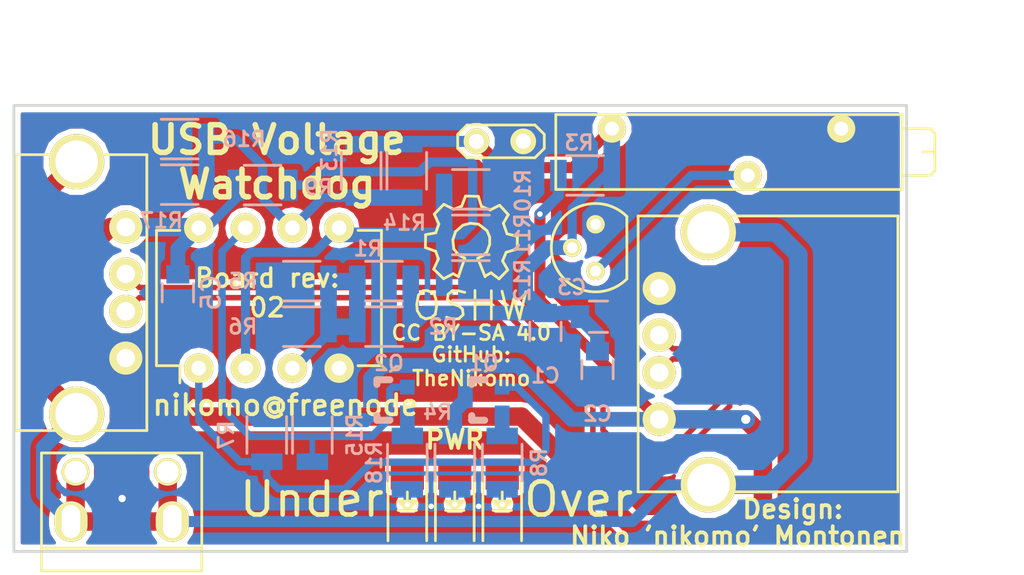
<source format=kicad_pcb>
(kicad_pcb (version 4) (host pcbnew 4.0.1-stable)

  (general
    (links 73)
    (no_connects 0)
    (area 149.770479 41.225 209.47313 73.78994)
    (thickness 1.6)
    (drawings 17)
    (tracks 204)
    (zones 0)
    (modules 35)
    (nets 21)
  )

  (page A4)
  (layers
    (0 F.Cu signal)
    (31 B.Cu signal)
    (32 B.Adhes user hide)
    (33 F.Adhes user hide)
    (34 B.Paste user hide)
    (35 F.Paste user hide)
    (36 B.SilkS user)
    (37 F.SilkS user)
    (38 B.Mask user hide)
    (39 F.Mask user hide)
    (40 Dwgs.User user)
    (41 Cmts.User user)
    (42 Eco1.User user)
    (43 Eco2.User user)
    (44 Edge.Cuts user)
    (45 Margin user)
    (46 B.CrtYd user)
    (47 F.CrtYd user)
    (48 B.Fab user hide)
    (49 F.Fab user hide)
  )

  (setup
    (last_trace_width 0.1524)
    (trace_clearance 0.1524)
    (zone_clearance 0.3)
    (zone_45_only no)
    (trace_min 0.1524)
    (segment_width 0.2)
    (edge_width 0.15)
    (via_size 0.6)
    (via_drill 0.3)
    (via_min_size 0.6)
    (via_min_drill 0.3)
    (uvia_size 0.3)
    (uvia_drill 0.1)
    (uvias_allowed no)
    (uvia_min_size 0.2)
    (uvia_min_drill 0.1)
    (pcb_text_width 0.3)
    (pcb_text_size 1.5 1.5)
    (mod_edge_width 0.15)
    (mod_text_size 0.8 0.8)
    (mod_text_width 0.1524)
    (pad_size 1.5 1.5)
    (pad_drill 1.2)
    (pad_to_mask_clearance 0.19)
    (solder_mask_min_width 0.2)
    (aux_axis_origin 0 0)
    (visible_elements 7FFFFF7F)
    (pcbplotparams
      (layerselection 0x010f0_80000001)
      (usegerberextensions true)
      (excludeedgelayer true)
      (linewidth 0.100000)
      (plotframeref false)
      (viasonmask false)
      (mode 1)
      (useauxorigin false)
      (hpglpennumber 1)
      (hpglpenspeed 20)
      (hpglpendiameter 15)
      (hpglpenoverlay 2)
      (psnegative false)
      (psa4output false)
      (plotreference true)
      (plotvalue true)
      (plotinvisibletext false)
      (padsonsilk false)
      (subtractmaskfromsilk true)
      (outputformat 1)
      (mirror false)
      (drillshape 0)
      (scaleselection 1)
      (outputdirectory gerbers/))
  )

  (net 0 "")
  (net 1 "Net-(D1-Pad2)")
  (net 2 GND)
  (net 3 "Net-(D2-Pad2)")
  (net 4 2V5_VREF)
  (net 5 "Net-(D3-Pad1)")
  (net 6 "Net-(D4-Pad2)")
  (net 7 USB_D+)
  (net 8 USB_D-)
  (net 9 "Net-(P1-Pad5)")
  (net 10 "Net-(Q1-Pad1)")
  (net 11 "Net-(Q1-Pad2)")
  (net 12 +5V)
  (net 13 "Net-(Q2-Pad1)")
  (net 14 "Net-(Q2-Pad2)")
  (net 15 "Net-(R1-Pad2)")
  (net 16 "Net-(R10-Pad1)")
  (net 17 "Net-(R13-Pad2)")
  (net 18 "Net-(P3-Pad2)")
  (net 19 "Net-(P3-Pad3)")
  (net 20 "Net-(P3-Pad4)")

  (net_class Default "This is the default net class."
    (clearance 0.1524)
    (trace_width 0.1524)
    (via_dia 0.6)
    (via_drill 0.3)
    (uvia_dia 0.3)
    (uvia_drill 0.1)
    (add_net +5V)
    (add_net 2V5_VREF)
    (add_net GND)
    (add_net "Net-(D1-Pad2)")
    (add_net "Net-(D2-Pad2)")
    (add_net "Net-(D3-Pad1)")
    (add_net "Net-(D4-Pad2)")
    (add_net "Net-(P1-Pad5)")
    (add_net "Net-(P3-Pad2)")
    (add_net "Net-(P3-Pad3)")
    (add_net "Net-(P3-Pad4)")
    (add_net "Net-(Q1-Pad1)")
    (add_net "Net-(Q1-Pad2)")
    (add_net "Net-(Q2-Pad1)")
    (add_net "Net-(Q2-Pad2)")
    (add_net "Net-(R1-Pad2)")
    (add_net "Net-(R10-Pad1)")
    (add_net "Net-(R13-Pad2)")
    (add_net USB_D+)
    (add_net USB_D-)
  )

  (module SOT23_Transistor_RevA_03Aug2010:SOT23_Transistor_RevA_03Aug2010 (layer B.Cu) (tedit 567292C7) (tstamp 564588F4)
    (at 171.03 62.6 270)
    (descr "SOT23, Standard, Transistor,")
    (tags "SOT23, Standard, Transistor,")
    (path /56438955)
    (fp_text reference Q2 (at -2 0 540) (layer B.SilkS)
      (effects (font (size 0.8 0.8) (thickness 0.1524)) (justify mirror))
    )
    (fp_text value 2N7002 (at 0 -3.81 270) (layer B.SilkS) hide
      (effects (font (thickness 0.3048)) (justify mirror))
    )
    (fp_line (start 0.89916 0.65024) (end 0.8509 0.65024) (layer B.SilkS) (width 0.381))
    (fp_line (start -1.09982 -0.0508) (end -1.09982 0.65024) (layer B.SilkS) (width 0.381))
    (fp_line (start -1.09982 0.65024) (end -0.8509 0.65024) (layer B.SilkS) (width 0.381))
    (fp_line (start 0.89916 0.65024) (end 1.09982 0.65024) (layer B.SilkS) (width 0.381))
    (fp_line (start 1.09982 0.65024) (end 1.09982 -0.0508) (layer B.SilkS) (width 0.381))
    (pad 1 smd rect (at -0.70104 -1.00076 270) (size 0.8001 0.8001) (layers B.Cu B.Paste B.Mask)
      (net 13 "Net-(Q2-Pad1)"))
    (pad 2 smd rect (at 0.70104 -1.00076 270) (size 0.8001 0.8001) (layers B.Cu B.Paste B.Mask)
      (net 14 "Net-(Q2-Pad2)"))
    (pad 3 smd rect (at 0 0.99822 270) (size 0.8001 0.8001) (layers B.Cu B.Paste B.Mask)
      (net 12 +5V))
  )

  (module Connect:TESTPOINT (layer F.Cu) (tedit 5672B3AC) (tstamp 5645B460)
    (at 177.05 48.55 180)
    (descr "Connecteurs 2 pins")
    (tags "CONN DEV")
    (path /56458F8C)
    (fp_text reference "2V5 TEST" (at 0.1 1.8 180) (layer F.SilkS) hide
      (effects (font (size 0.8 0.8) (thickness 0.1524)))
    )
    (fp_text value "" (at 0.127 1.524 180) (layer F.Fab) hide
      (effects (font (size 1 1) (thickness 0.15)))
    )
    (fp_line (start -1.905 -0.889) (end 1.778 -0.889) (layer F.SilkS) (width 0.15))
    (fp_line (start 1.778 -0.889) (end 2.286 -0.381) (layer F.SilkS) (width 0.15))
    (fp_line (start 2.286 -0.381) (end 2.286 0.381) (layer F.SilkS) (width 0.15))
    (fp_line (start 2.286 0.381) (end 1.778 0.889) (layer F.SilkS) (width 0.15))
    (fp_line (start 1.778 0.889) (end -1.905 0.889) (layer F.SilkS) (width 0.15))
    (fp_line (start -1.905 0.889) (end -2.413 0.381) (layer F.SilkS) (width 0.15))
    (fp_line (start -2.413 0.381) (end -2.413 -0.381) (layer F.SilkS) (width 0.15))
    (fp_line (start -2.413 -0.381) (end -1.905 -0.889) (layer F.SilkS) (width 0.15))
    (pad 2 thru_hole circle (at -1.27 0 180) (size 1.397 1.397) (drill 0.8128) (layers *.Cu *.Mask F.SilkS)
      (net 2 GND))
    (pad 1 thru_hole circle (at 1.27 0 180) (size 1.397 1.397) (drill 0.8128) (layers *.Cu *.Mask F.SilkS)
      (net 4 2V5_VREF))
    (model Connect.3dshapes/TESTPOINT.wrl
      (at (xyz 0 0 0))
      (scale (xyz 1 1 1))
      (rotate (xyz 0 0 0))
    )
  )

  (module Capacitors_SMD:C_0805 (layer B.Cu) (tedit 5672A865) (tstamp 564588AD)
    (at 179.525 58.875 270)
    (descr "Capacitor SMD 0805, reflow soldering, AVX (see smccp.pdf)")
    (tags "capacitor 0805")
    (path /564593F6)
    (attr smd)
    (fp_text reference C1 (at 2.4 0 360) (layer B.SilkS)
      (effects (font (size 0.8 0.8) (thickness 0.1524)) (justify mirror))
    )
    (fp_text value 100n (at 0 -2.1 270) (layer B.Fab) hide
      (effects (font (size 1 1) (thickness 0.15)) (justify mirror))
    )
    (fp_line (start -1.8 1) (end 1.8 1) (layer B.CrtYd) (width 0.05))
    (fp_line (start -1.8 -1) (end 1.8 -1) (layer B.CrtYd) (width 0.05))
    (fp_line (start -1.8 1) (end -1.8 -1) (layer B.CrtYd) (width 0.05))
    (fp_line (start 1.8 1) (end 1.8 -1) (layer B.CrtYd) (width 0.05))
    (fp_line (start 0.5 0.85) (end -0.5 0.85) (layer B.SilkS) (width 0.15))
    (fp_line (start -0.5 -0.85) (end 0.5 -0.85) (layer B.SilkS) (width 0.15))
    (pad 1 smd rect (at -1 0 270) (size 1 1.25) (layers B.Cu B.Paste B.Mask)
      (net 4 2V5_VREF))
    (pad 2 smd rect (at 1 0 270) (size 1 1.25) (layers B.Cu B.Paste B.Mask)
      (net 2 GND))
    (model Capacitors_SMD.3dshapes/C_0805.wrl
      (at (xyz 0 0 0))
      (scale (xyz 1 1 1))
      (rotate (xyz 0 0 0))
    )
  )

  (module Capacitors_SMD:C_0805 (layer B.Cu) (tedit 5672A86F) (tstamp 564588B3)
    (at 182.35 60.95 270)
    (descr "Capacitor SMD 0805, reflow soldering, AVX (see smccp.pdf)")
    (tags "capacitor 0805")
    (path /5645A760)
    (attr smd)
    (fp_text reference C2 (at 2.4 0 360) (layer B.SilkS)
      (effects (font (size 0.8 0.8) (thickness 0.1524)) (justify mirror))
    )
    (fp_text value 100n (at 0 -2.1 270) (layer B.Fab)
      (effects (font (size 1 1) (thickness 0.15)) (justify mirror))
    )
    (fp_line (start -1.8 1) (end 1.8 1) (layer B.CrtYd) (width 0.05))
    (fp_line (start -1.8 -1) (end 1.8 -1) (layer B.CrtYd) (width 0.05))
    (fp_line (start -1.8 1) (end -1.8 -1) (layer B.CrtYd) (width 0.05))
    (fp_line (start 1.8 1) (end 1.8 -1) (layer B.CrtYd) (width 0.05))
    (fp_line (start 0.5 0.85) (end -0.5 0.85) (layer B.SilkS) (width 0.15))
    (fp_line (start -0.5 -0.85) (end 0.5 -0.85) (layer B.SilkS) (width 0.15))
    (pad 1 smd rect (at -1 0 270) (size 1 1.25) (layers B.Cu B.Paste B.Mask)
      (net 4 2V5_VREF))
    (pad 2 smd rect (at 1 0 270) (size 1 1.25) (layers B.Cu B.Paste B.Mask)
      (net 2 GND))
    (model Capacitors_SMD.3dshapes/C_0805.wrl
      (at (xyz 0 0 0))
      (scale (xyz 1 1 1))
      (rotate (xyz 0 0 0))
    )
  )

  (module Capacitors_SMD:C_0805 (layer B.Cu) (tedit 56459B4C) (tstamp 564588B9)
    (at 182.4 58.075)
    (descr "Capacitor SMD 0805, reflow soldering, AVX (see smccp.pdf)")
    (tags "capacitor 0805")
    (path /5645A8D7)
    (attr smd)
    (fp_text reference C3 (at -1.45 -1.6 180) (layer B.SilkS)
      (effects (font (size 0.8 0.8) (thickness 0.1524)) (justify mirror))
    )
    (fp_text value 22n (at 0 -2.1) (layer B.Fab)
      (effects (font (size 1 1) (thickness 0.15)) (justify mirror))
    )
    (fp_line (start -1.8 1) (end 1.8 1) (layer B.CrtYd) (width 0.05))
    (fp_line (start -1.8 -1) (end 1.8 -1) (layer B.CrtYd) (width 0.05))
    (fp_line (start -1.8 1) (end -1.8 -1) (layer B.CrtYd) (width 0.05))
    (fp_line (start 1.8 1) (end 1.8 -1) (layer B.CrtYd) (width 0.05))
    (fp_line (start 0.5 0.85) (end -0.5 0.85) (layer B.SilkS) (width 0.15))
    (fp_line (start -0.5 -0.85) (end 0.5 -0.85) (layer B.SilkS) (width 0.15))
    (pad 1 smd rect (at -1 0) (size 1 1.25) (layers B.Cu B.Paste B.Mask)
      (net 4 2V5_VREF))
    (pad 2 smd rect (at 1 0) (size 1 1.25) (layers B.Cu B.Paste B.Mask)
      (net 2 GND))
    (model Capacitors_SMD.3dshapes/C_0805.wrl
      (at (xyz 0 0 0))
      (scale (xyz 1 1 1))
      (rotate (xyz 0 0 0))
    )
  )

  (module LEDs:LED-1206 (layer F.Cu) (tedit 5672ACD9) (tstamp 564588BF)
    (at 177.18 68.095 90)
    (descr "LED 1206 smd package")
    (tags "LED1206 SMD")
    (path /56444194)
    (attr smd)
    (fp_text reference D1 (at -3.2 0 180) (layer F.SilkS) hide
      (effects (font (size 0.8 0.8) (thickness 0.1524)))
    )
    (fp_text value LED (at 0 2 90) (layer F.Fab)
      (effects (font (size 1 1) (thickness 0.15)))
    )
    (fp_line (start -2.15 1.05) (end 1.45 1.05) (layer F.SilkS) (width 0.15))
    (fp_line (start -2.15 -1.05) (end 1.45 -1.05) (layer F.SilkS) (width 0.15))
    (fp_line (start -0.1 -0.3) (end -0.1 0.3) (layer F.SilkS) (width 0.15))
    (fp_line (start -0.1 0.3) (end -0.4 0) (layer F.SilkS) (width 0.15))
    (fp_line (start -0.4 0) (end -0.2 -0.2) (layer F.SilkS) (width 0.15))
    (fp_line (start -0.2 -0.2) (end -0.2 0.05) (layer F.SilkS) (width 0.15))
    (fp_line (start -0.2 0.05) (end -0.25 0) (layer F.SilkS) (width 0.15))
    (fp_line (start -0.5 -0.5) (end -0.5 0.5) (layer F.SilkS) (width 0.15))
    (fp_line (start 0 0) (end 0.5 0) (layer F.SilkS) (width 0.15))
    (fp_line (start -0.5 0) (end 0 -0.5) (layer F.SilkS) (width 0.15))
    (fp_line (start 0 -0.5) (end 0 0.5) (layer F.SilkS) (width 0.15))
    (fp_line (start 0 0.5) (end -0.5 0) (layer F.SilkS) (width 0.15))
    (fp_line (start 2.5 -1.25) (end -2.5 -1.25) (layer F.CrtYd) (width 0.05))
    (fp_line (start -2.5 -1.25) (end -2.5 1.25) (layer F.CrtYd) (width 0.05))
    (fp_line (start -2.5 1.25) (end 2.5 1.25) (layer F.CrtYd) (width 0.05))
    (fp_line (start 2.5 1.25) (end 2.5 -1.25) (layer F.CrtYd) (width 0.05))
    (pad 2 smd rect (at 1.41986 0 270) (size 1.59766 1.80086) (layers F.Cu F.Paste F.Mask)
      (net 1 "Net-(D1-Pad2)"))
    (pad 1 smd rect (at -1.41986 0 270) (size 1.59766 1.80086) (layers F.Cu F.Paste F.Mask)
      (net 2 GND))
  )

  (module LEDs:LED-1206 (layer F.Cu) (tedit 5672ACD6) (tstamp 564588C5)
    (at 174.605 68.095 90)
    (descr "LED 1206 smd package")
    (tags "LED1206 SMD")
    (path /56447F7D)
    (attr smd)
    (fp_text reference D2 (at -3.2 0 180) (layer F.SilkS) hide
      (effects (font (size 0.8 0.8) (thickness 0.1524)))
    )
    (fp_text value LED (at 0 2 90) (layer F.Fab)
      (effects (font (size 1 1) (thickness 0.15)))
    )
    (fp_line (start -2.15 1.05) (end 1.45 1.05) (layer F.SilkS) (width 0.15))
    (fp_line (start -2.15 -1.05) (end 1.45 -1.05) (layer F.SilkS) (width 0.15))
    (fp_line (start -0.1 -0.3) (end -0.1 0.3) (layer F.SilkS) (width 0.15))
    (fp_line (start -0.1 0.3) (end -0.4 0) (layer F.SilkS) (width 0.15))
    (fp_line (start -0.4 0) (end -0.2 -0.2) (layer F.SilkS) (width 0.15))
    (fp_line (start -0.2 -0.2) (end -0.2 0.05) (layer F.SilkS) (width 0.15))
    (fp_line (start -0.2 0.05) (end -0.25 0) (layer F.SilkS) (width 0.15))
    (fp_line (start -0.5 -0.5) (end -0.5 0.5) (layer F.SilkS) (width 0.15))
    (fp_line (start 0 0) (end 0.5 0) (layer F.SilkS) (width 0.15))
    (fp_line (start -0.5 0) (end 0 -0.5) (layer F.SilkS) (width 0.15))
    (fp_line (start 0 -0.5) (end 0 0.5) (layer F.SilkS) (width 0.15))
    (fp_line (start 0 0.5) (end -0.5 0) (layer F.SilkS) (width 0.15))
    (fp_line (start 2.5 -1.25) (end -2.5 -1.25) (layer F.CrtYd) (width 0.05))
    (fp_line (start -2.5 -1.25) (end -2.5 1.25) (layer F.CrtYd) (width 0.05))
    (fp_line (start -2.5 1.25) (end 2.5 1.25) (layer F.CrtYd) (width 0.05))
    (fp_line (start 2.5 1.25) (end 2.5 -1.25) (layer F.CrtYd) (width 0.05))
    (pad 2 smd rect (at 1.41986 0 270) (size 1.59766 1.80086) (layers F.Cu F.Paste F.Mask)
      (net 3 "Net-(D2-Pad2)"))
    (pad 1 smd rect (at -1.41986 0 270) (size 1.59766 1.80086) (layers F.Cu F.Paste F.Mask)
      (net 2 GND))
  )

  (module Housings_TO-92:TO-92_Molded_Narrow (layer F.Cu) (tedit 5672B90F) (tstamp 564588CC)
    (at 182.245 55.595 90)
    (descr "TO-92 leads molded, narrow, drill 0.6mm (see NXP sot054_po.pdf)")
    (tags "to-92 sc-43 sc-43a sot54 PA33 transistor")
    (path /5642F26F)
    (fp_text reference D3 (at -2.005 1.205 180) (layer F.SilkS) hide
      (effects (font (size 0.8 0.8) (thickness 0.1524)))
    )
    (fp_text value LM336 (at 0 3 90) (layer F.Fab) hide
      (effects (font (size 1 1) (thickness 0.15)))
    )
    (fp_line (start -1.4 1.95) (end -1.4 -2.65) (layer F.CrtYd) (width 0.05))
    (fp_line (start -1.4 1.95) (end 3.9 1.95) (layer F.CrtYd) (width 0.05))
    (fp_line (start -0.43 1.7) (end 2.97 1.7) (layer F.SilkS) (width 0.15))
    (fp_arc (start 1.27 0) (end 1.27 -2.4) (angle -135) (layer F.SilkS) (width 0.15))
    (fp_arc (start 1.27 0) (end 1.27 -2.4) (angle 135) (layer F.SilkS) (width 0.15))
    (fp_line (start -1.4 -2.65) (end 3.9 -2.65) (layer F.CrtYd) (width 0.05))
    (fp_line (start 3.9 1.95) (end 3.9 -2.65) (layer F.CrtYd) (width 0.05))
    (pad 2 thru_hole circle (at 1.27 -1.27 180) (size 1.00076 1.00076) (drill 0.6) (layers *.Cu *.Mask F.SilkS)
      (net 4 2V5_VREF))
    (pad 3 thru_hole circle (at 2.54 0 180) (size 1.00076 1.00076) (drill 0.6) (layers *.Cu *.Mask F.SilkS)
      (net 2 GND))
    (pad 1 thru_hole circle (at 0 0 180) (size 1.00076 1.00076) (drill 0.6) (layers *.Cu *.Mask F.SilkS)
      (net 5 "Net-(D3-Pad1)"))
    (model Housings_TO-92.3dshapes/TO-92_Molded_Narrow.wrl
      (at (xyz 0.05 0 0))
      (scale (xyz 1 1 1))
      (rotate (xyz 0 0 -90))
    )
  )

  (module LEDs:LED-1206 (layer F.Cu) (tedit 5672ACD3) (tstamp 564588D2)
    (at 172.03 68.095 90)
    (descr "LED 1206 smd package")
    (tags "LED1206 SMD")
    (path /564446F0)
    (attr smd)
    (fp_text reference D4 (at -3.2 0 180) (layer F.SilkS) hide
      (effects (font (size 0.8 0.8) (thickness 0.1524)))
    )
    (fp_text value LED (at 0 2 90) (layer F.Fab)
      (effects (font (size 1 1) (thickness 0.15)))
    )
    (fp_line (start -2.15 1.05) (end 1.45 1.05) (layer F.SilkS) (width 0.15))
    (fp_line (start -2.15 -1.05) (end 1.45 -1.05) (layer F.SilkS) (width 0.15))
    (fp_line (start -0.1 -0.3) (end -0.1 0.3) (layer F.SilkS) (width 0.15))
    (fp_line (start -0.1 0.3) (end -0.4 0) (layer F.SilkS) (width 0.15))
    (fp_line (start -0.4 0) (end -0.2 -0.2) (layer F.SilkS) (width 0.15))
    (fp_line (start -0.2 -0.2) (end -0.2 0.05) (layer F.SilkS) (width 0.15))
    (fp_line (start -0.2 0.05) (end -0.25 0) (layer F.SilkS) (width 0.15))
    (fp_line (start -0.5 -0.5) (end -0.5 0.5) (layer F.SilkS) (width 0.15))
    (fp_line (start 0 0) (end 0.5 0) (layer F.SilkS) (width 0.15))
    (fp_line (start -0.5 0) (end 0 -0.5) (layer F.SilkS) (width 0.15))
    (fp_line (start 0 -0.5) (end 0 0.5) (layer F.SilkS) (width 0.15))
    (fp_line (start 0 0.5) (end -0.5 0) (layer F.SilkS) (width 0.15))
    (fp_line (start 2.5 -1.25) (end -2.5 -1.25) (layer F.CrtYd) (width 0.05))
    (fp_line (start -2.5 -1.25) (end -2.5 1.25) (layer F.CrtYd) (width 0.05))
    (fp_line (start -2.5 1.25) (end 2.5 1.25) (layer F.CrtYd) (width 0.05))
    (fp_line (start 2.5 1.25) (end 2.5 -1.25) (layer F.CrtYd) (width 0.05))
    (pad 2 smd rect (at 1.41986 0 270) (size 1.59766 1.80086) (layers F.Cu F.Paste F.Mask)
      (net 6 "Net-(D4-Pad2)"))
    (pad 1 smd rect (at -1.41986 0 270) (size 1.59766 1.80086) (layers F.Cu F.Paste F.Mask)
      (net 2 GND))
  )

  (module USB_Type-A_Male:USB_A (layer F.Cu) (tedit 5673BE94) (tstamp 564588DC)
    (at 156.74788 53.20914 270)
    (descr "USB A connector")
    (tags "USB USB_A")
    (path /564457BB)
    (fp_text reference P1 (at -2.68014 0.01488 360) (layer F.SilkS) hide
      (effects (font (size 0.8 0.8) (thickness 0.1524)))
    )
    (fp_text value USB_A (at 3.4 2.8 270) (layer F.Fab)
      (effects (font (size 1 1) (thickness 0.15)))
    )
    (fp_line (start -5.3 6.8) (end -5.3 -1.4) (layer F.CrtYd) (width 0.05))
    (fp_line (start 11.95 -1.4) (end 11.95 6.8) (layer F.CrtYd) (width 0.05))
    (fp_line (start -5.3 6.8) (end 11.95 6.8) (layer F.CrtYd) (width 0.05))
    (fp_line (start -5.3 -1.4) (end 11.95 -1.4) (layer F.CrtYd) (width 0.05))
    (fp_line (start 11.04986 -1.14512) (end 11.04986 5.95188) (layer F.SilkS) (width 0.15))
    (fp_line (start -3.93614 5.95188) (end -3.93614 -1.14512) (layer F.SilkS) (width 0.15))
    (fp_line (start 11.04986 -1.14512) (end -3.93614 -1.14512) (layer F.SilkS) (width 0.15))
    (fp_line (start 11.04986 5.95188) (end -3.93614 5.95188) (layer F.SilkS) (width 0.15))
    (pad 4 thru_hole circle (at 7.11286 -0.00212 180) (size 1.8 1.8) (drill 1.00076) (layers *.Cu *.Mask F.SilkS)
      (net 2 GND))
    (pad 3 thru_hole circle (at 4.57286 -0.00212 180) (size 1.8 1.8) (drill 1.00076) (layers *.Cu *.Mask F.SilkS)
      (net 7 USB_D+))
    (pad 2 thru_hole circle (at 2.54086 -0.00212 180) (size 1.8 1.8) (drill 1.00076) (layers *.Cu *.Mask F.SilkS)
      (net 8 USB_D-))
    (pad 1 thru_hole circle (at 0.00086 -0.00212 180) (size 1.8 1.8) (drill 1.00076) (layers *.Cu *.Mask F.SilkS)
      (net 12 +5V))
    (pad 5 thru_hole circle (at 10.16086 2.66488 180) (size 2.99974 2.99974) (drill 2.30124) (layers *.Cu *.Mask F.SilkS)
      (net 9 "Net-(P1-Pad5)"))
    (pad 5 thru_hole circle (at -3.55514 2.66488 180) (size 2.99974 2.99974) (drill 2.30124) (layers *.Cu *.Mask F.SilkS)
      (net 9 "Net-(P1-Pad5)"))
    (model Connect.3dshapes/USB_A.wrl
      (at (xyz 0.14 0 0))
      (scale (xyz 1 1 1))
      (rotate (xyz 0 0 90))
    )
  )

  (module Connect:USB_A (layer F.Cu) (tedit 5673BE81) (tstamp 564588E6)
    (at 185.70212 63.65 90)
    (descr "USB A connector")
    (tags "USB USB_A")
    (path /5644663B)
    (fp_text reference P2 (at 9.9 -0.12712 180) (layer F.SilkS) hide
      (effects (font (size 0.8 0.8) (thickness 0.1524)))
    )
    (fp_text value USB_A (at 3.83794 7.43458 90) (layer F.Fab)
      (effects (font (size 1 1) (thickness 0.15)))
    )
    (fp_line (start -5.3 13.2) (end -5.3 -1.4) (layer F.CrtYd) (width 0.05))
    (fp_line (start 11.95 -1.4) (end 11.95 13.2) (layer F.CrtYd) (width 0.05))
    (fp_line (start -5.3 13.2) (end 11.95 13.2) (layer F.CrtYd) (width 0.05))
    (fp_line (start -5.3 -1.4) (end 11.95 -1.4) (layer F.CrtYd) (width 0.05))
    (fp_line (start 11.04986 -1.14512) (end 11.04986 12.95188) (layer F.SilkS) (width 0.15))
    (fp_line (start -3.93614 12.95188) (end -3.93614 -1.14512) (layer F.SilkS) (width 0.15))
    (fp_line (start 11.04986 -1.14512) (end -3.93614 -1.14512) (layer F.SilkS) (width 0.15))
    (fp_line (start 11.04986 12.95188) (end -3.93614 12.95188) (layer F.SilkS) (width 0.15))
    (pad 4 thru_hole circle (at 7.11286 -0.00212) (size 1.8 1.8) (drill 1.00076) (layers *.Cu *.Mask F.SilkS)
      (net 2 GND))
    (pad 3 thru_hole circle (at 4.57286 -0.00212) (size 1.8 1.8) (drill 1.00076) (layers *.Cu *.Mask F.SilkS)
      (net 7 USB_D+))
    (pad 2 thru_hole circle (at 2.54086 -0.00212) (size 1.8 1.8) (drill 1.00076) (layers *.Cu *.Mask F.SilkS)
      (net 8 USB_D-))
    (pad 1 thru_hole circle (at 0.00086 -0.00212) (size 1.8 1.8) (drill 1.00076) (layers *.Cu *.Mask F.SilkS)
      (net 12 +5V))
    (pad 5 thru_hole circle (at 10.16086 2.66488) (size 2.99974 2.99974) (drill 2.30124) (layers *.Cu *.Mask F.SilkS)
      (net 9 "Net-(P1-Pad5)"))
    (pad 5 thru_hole circle (at -3.55514 2.66488) (size 2.99974 2.99974) (drill 2.30124) (layers *.Cu *.Mask F.SilkS)
      (net 9 "Net-(P1-Pad5)"))
    (model Connect.3dshapes/USB_A.wrl
      (at (xyz 0.14 0 0))
      (scale (xyz 1 1 1))
      (rotate (xyz 0 0 90))
    )
  )

  (module SOT23_Transistor_RevA_03Aug2010:SOT23_Transistor_RevA_03Aug2010 (layer B.Cu) (tedit 567292C4) (tstamp 564588ED)
    (at 176.175 62.6 270)
    (descr "SOT23, Standard, Transistor,")
    (tags "SOT23, Standard, Transistor,")
    (path /56438862)
    (fp_text reference Q1 (at -2 0 540) (layer B.SilkS)
      (effects (font (size 0.8 0.8) (thickness 0.1524)) (justify mirror))
    )
    (fp_text value 2N7002 (at 0 -3.81 270) (layer B.SilkS) hide
      (effects (font (thickness 0.3048)) (justify mirror))
    )
    (fp_line (start 0.89916 0.65024) (end 0.8509 0.65024) (layer B.SilkS) (width 0.381))
    (fp_line (start -1.09982 -0.0508) (end -1.09982 0.65024) (layer B.SilkS) (width 0.381))
    (fp_line (start -1.09982 0.65024) (end -0.8509 0.65024) (layer B.SilkS) (width 0.381))
    (fp_line (start 0.89916 0.65024) (end 1.09982 0.65024) (layer B.SilkS) (width 0.381))
    (fp_line (start 1.09982 0.65024) (end 1.09982 -0.0508) (layer B.SilkS) (width 0.381))
    (pad 1 smd rect (at -0.70104 -1.00076 270) (size 0.8001 0.8001) (layers B.Cu B.Paste B.Mask)
      (net 10 "Net-(Q1-Pad1)"))
    (pad 2 smd rect (at 0.70104 -1.00076 270) (size 0.8001 0.8001) (layers B.Cu B.Paste B.Mask)
      (net 11 "Net-(Q1-Pad2)"))
    (pad 3 smd rect (at 0 0.99822 270) (size 0.8001 0.8001) (layers B.Cu B.Paste B.Mask)
      (net 12 +5V))
  )

  (module Resistors_SMD:R_1206 (layer B.Cu) (tedit 5645CA60) (tstamp 564588FA)
    (at 170.76409 56.14 180)
    (descr "Resistor SMD 1206, reflow soldering, Vishay (see dcrcw.pdf)")
    (tags "resistor 1206")
    (path /56436078)
    (attr smd)
    (fp_text reference R1 (at 0.86409 1.765 180) (layer B.SilkS)
      (effects (font (size 0.8 0.8) (thickness 0.1524)) (justify mirror))
    )
    (fp_text value "3K3 1%" (at 0 -2.3 180) (layer B.Fab)
      (effects (font (size 1 1) (thickness 0.15)) (justify mirror))
    )
    (fp_line (start -2.2 1.2) (end 2.2 1.2) (layer B.CrtYd) (width 0.05))
    (fp_line (start -2.2 -1.2) (end 2.2 -1.2) (layer B.CrtYd) (width 0.05))
    (fp_line (start -2.2 1.2) (end -2.2 -1.2) (layer B.CrtYd) (width 0.05))
    (fp_line (start 2.2 1.2) (end 2.2 -1.2) (layer B.CrtYd) (width 0.05))
    (fp_line (start 1 -1.075) (end -1 -1.075) (layer B.SilkS) (width 0.15))
    (fp_line (start -1 1.075) (end 1 1.075) (layer B.SilkS) (width 0.15))
    (pad 1 smd rect (at -1.45 0 180) (size 0.9 1.7) (layers B.Cu B.Paste B.Mask)
      (net 4 2V5_VREF))
    (pad 2 smd rect (at 1.45 0 180) (size 0.9 1.7) (layers B.Cu B.Paste B.Mask)
      (net 15 "Net-(R1-Pad2)"))
    (model Resistors_SMD.3dshapes/R_1206.wrl
      (at (xyz 0 0 0))
      (scale (xyz 1 1 1))
      (rotate (xyz 0 0 0))
    )
  )

  (module Resistors_SMD:R_1206 (layer B.Cu) (tedit 5672955B) (tstamp 56458900)
    (at 170.76409 58.615 180)
    (descr "Resistor SMD 1206, reflow soldering, Vishay (see dcrcw.pdf)")
    (tags "resistor 1206")
    (path /5643607E)
    (attr smd)
    (fp_text reference R2 (at -3.2 0 180) (layer B.SilkS)
      (effects (font (size 0.8 0.8) (thickness 0.1524)) (justify mirror))
    )
    (fp_text value "560 1%" (at 0 -2.3 180) (layer B.Fab)
      (effects (font (size 1 1) (thickness 0.15)) (justify mirror))
    )
    (fp_line (start -2.2 1.2) (end 2.2 1.2) (layer B.CrtYd) (width 0.05))
    (fp_line (start -2.2 -1.2) (end 2.2 -1.2) (layer B.CrtYd) (width 0.05))
    (fp_line (start -2.2 1.2) (end -2.2 -1.2) (layer B.CrtYd) (width 0.05))
    (fp_line (start 2.2 1.2) (end 2.2 -1.2) (layer B.CrtYd) (width 0.05))
    (fp_line (start 1 -1.075) (end -1 -1.075) (layer B.SilkS) (width 0.15))
    (fp_line (start -1 1.075) (end 1 1.075) (layer B.SilkS) (width 0.15))
    (pad 1 smd rect (at -1.45 0 180) (size 0.9 1.7) (layers B.Cu B.Paste B.Mask)
      (net 4 2V5_VREF))
    (pad 2 smd rect (at 1.45 0 180) (size 0.9 1.7) (layers B.Cu B.Paste B.Mask)
      (net 15 "Net-(R1-Pad2)"))
    (model Resistors_SMD.3dshapes/R_1206.wrl
      (at (xyz 0 0 0))
      (scale (xyz 1 1 1))
      (rotate (xyz 0 0 0))
    )
  )

  (module Resistors_SMD:R_1206 (layer B.Cu) (tedit 5645A197) (tstamp 56458906)
    (at 181.675 50.4)
    (descr "Resistor SMD 1206, reflow soldering, Vishay (see dcrcw.pdf)")
    (tags "resistor 1206")
    (path /56435177)
    (attr smd)
    (fp_text reference R3 (at -0.325 -1.775) (layer B.SilkS)
      (effects (font (size 0.8 0.8) (thickness 0.1524)) (justify mirror))
    )
    (fp_text value "3K3 1%" (at 0 -2.3) (layer B.Fab)
      (effects (font (size 1 1) (thickness 0.15)) (justify mirror))
    )
    (fp_line (start -2.2 1.2) (end 2.2 1.2) (layer B.CrtYd) (width 0.05))
    (fp_line (start -2.2 -1.2) (end 2.2 -1.2) (layer B.CrtYd) (width 0.05))
    (fp_line (start -2.2 1.2) (end -2.2 -1.2) (layer B.CrtYd) (width 0.05))
    (fp_line (start 2.2 1.2) (end 2.2 -1.2) (layer B.CrtYd) (width 0.05))
    (fp_line (start 1 -1.075) (end -1 -1.075) (layer B.SilkS) (width 0.15))
    (fp_line (start -1 1.075) (end 1 1.075) (layer B.SilkS) (width 0.15))
    (pad 1 smd rect (at -1.45 0) (size 0.9 1.7) (layers B.Cu B.Paste B.Mask)
      (net 12 +5V))
    (pad 2 smd rect (at 1.45 0) (size 0.9 1.7) (layers B.Cu B.Paste B.Mask)
      (net 4 2V5_VREF))
    (model Resistors_SMD.3dshapes/R_1206.wrl
      (at (xyz 0 0 0))
      (scale (xyz 1 1 1))
      (rotate (xyz 0 0 0))
    )
  )

  (module Resistors_SMD:R_1206 (layer B.Cu) (tedit 5645A231) (tstamp 5645890C)
    (at 174.605 66 90)
    (descr "Resistor SMD 1206, reflow soldering, Vishay (see dcrcw.pdf)")
    (tags "resistor 1206")
    (path /56447EFD)
    (attr smd)
    (fp_text reference R4 (at 2.745 -0.93 360) (layer B.SilkS)
      (effects (font (size 0.8 0.8) (thickness 0.1524)) (justify mirror))
    )
    (fp_text value 180 (at 0 -2.3 90) (layer B.Fab)
      (effects (font (size 1 1) (thickness 0.15)) (justify mirror))
    )
    (fp_line (start -2.2 1.2) (end 2.2 1.2) (layer B.CrtYd) (width 0.05))
    (fp_line (start -2.2 -1.2) (end 2.2 -1.2) (layer B.CrtYd) (width 0.05))
    (fp_line (start -2.2 1.2) (end -2.2 -1.2) (layer B.CrtYd) (width 0.05))
    (fp_line (start 2.2 1.2) (end 2.2 -1.2) (layer B.CrtYd) (width 0.05))
    (fp_line (start 1 -1.075) (end -1 -1.075) (layer B.SilkS) (width 0.15))
    (fp_line (start -1 1.075) (end 1 1.075) (layer B.SilkS) (width 0.15))
    (pad 1 smd rect (at -1.45 0 90) (size 0.9 1.7) (layers B.Cu B.Paste B.Mask)
      (net 3 "Net-(D2-Pad2)"))
    (pad 2 smd rect (at 1.45 0 90) (size 0.9 1.7) (layers B.Cu B.Paste B.Mask)
      (net 12 +5V))
    (model Resistors_SMD.3dshapes/R_1206.wrl
      (at (xyz 0 0 0))
      (scale (xyz 1 1 1))
      (rotate (xyz 0 0 0))
    )
  )

  (module Resistors_SMD:R_1206 (layer B.Cu) (tedit 567297BC) (tstamp 56458912)
    (at 166.29909 56.14 180)
    (descr "Resistor SMD 1206, reflow soldering, Vishay (see dcrcw.pdf)")
    (tags "resistor 1206")
    (path /5643606C)
    (attr smd)
    (fp_text reference R5 (at 3.2 0 180) (layer B.SilkS)
      (effects (font (size 0.8 0.8) (thickness 0.1524)) (justify mirror))
    )
    (fp_text value "6K8 1%" (at 0 -2.3 180) (layer B.Fab)
      (effects (font (size 1 1) (thickness 0.15)) (justify mirror))
    )
    (fp_line (start -2.2 1.2) (end 2.2 1.2) (layer B.CrtYd) (width 0.05))
    (fp_line (start -2.2 -1.2) (end 2.2 -1.2) (layer B.CrtYd) (width 0.05))
    (fp_line (start -2.2 1.2) (end -2.2 -1.2) (layer B.CrtYd) (width 0.05))
    (fp_line (start 2.2 1.2) (end 2.2 -1.2) (layer B.CrtYd) (width 0.05))
    (fp_line (start 1 -1.075) (end -1 -1.075) (layer B.SilkS) (width 0.15))
    (fp_line (start -1 1.075) (end 1 1.075) (layer B.SilkS) (width 0.15))
    (pad 1 smd rect (at -1.45 0 180) (size 0.9 1.7) (layers B.Cu B.Paste B.Mask)
      (net 15 "Net-(R1-Pad2)"))
    (pad 2 smd rect (at 1.45 0 180) (size 0.9 1.7) (layers B.Cu B.Paste B.Mask)
      (net 2 GND))
    (model Resistors_SMD.3dshapes/R_1206.wrl
      (at (xyz 0 0 0))
      (scale (xyz 1 1 1))
      (rotate (xyz 0 0 0))
    )
  )

  (module Resistors_SMD:R_1206 (layer B.Cu) (tedit 567297B2) (tstamp 56458918)
    (at 166.29909 58.615 180)
    (descr "Resistor SMD 1206, reflow soldering, Vishay (see dcrcw.pdf)")
    (tags "resistor 1206")
    (path /56436072)
    (attr smd)
    (fp_text reference R6 (at 3.2 0 180) (layer B.SilkS)
      (effects (font (size 0.8 0.8) (thickness 0.1524)) (justify mirror))
    )
    (fp_text value "560 1%" (at 0 -2.3 180) (layer B.Fab)
      (effects (font (size 1 1) (thickness 0.15)) (justify mirror))
    )
    (fp_line (start -2.2 1.2) (end 2.2 1.2) (layer B.CrtYd) (width 0.05))
    (fp_line (start -2.2 -1.2) (end 2.2 -1.2) (layer B.CrtYd) (width 0.05))
    (fp_line (start -2.2 1.2) (end -2.2 -1.2) (layer B.CrtYd) (width 0.05))
    (fp_line (start 2.2 1.2) (end 2.2 -1.2) (layer B.CrtYd) (width 0.05))
    (fp_line (start 1 -1.075) (end -1 -1.075) (layer B.SilkS) (width 0.15))
    (fp_line (start -1 1.075) (end 1 1.075) (layer B.SilkS) (width 0.15))
    (pad 1 smd rect (at -1.45 0 180) (size 0.9 1.7) (layers B.Cu B.Paste B.Mask)
      (net 15 "Net-(R1-Pad2)"))
    (pad 2 smd rect (at 1.45 0 180) (size 0.9 1.7) (layers B.Cu B.Paste B.Mask)
      (net 2 GND))
    (model Resistors_SMD.3dshapes/R_1206.wrl
      (at (xyz 0 0 0))
      (scale (xyz 1 1 1))
      (rotate (xyz 0 0 0))
    )
  )

  (module Resistors_SMD:R_1206 (layer B.Cu) (tedit 5672A099) (tstamp 5645891E)
    (at 164.4 64.5 90)
    (descr "Resistor SMD 1206, reflow soldering, Vishay (see dcrcw.pdf)")
    (tags "resistor 1206")
    (path /5645CBB0)
    (attr smd)
    (fp_text reference R7 (at 0 -2.2 90) (layer B.SilkS)
      (effects (font (size 0.8 0.8) (thickness 0.1524)) (justify mirror))
    )
    (fp_text value 1M (at 0 -2.3 90) (layer B.Fab)
      (effects (font (size 1 1) (thickness 0.15)) (justify mirror))
    )
    (fp_line (start -2.2 1.2) (end 2.2 1.2) (layer B.CrtYd) (width 0.05))
    (fp_line (start -2.2 -1.2) (end 2.2 -1.2) (layer B.CrtYd) (width 0.05))
    (fp_line (start -2.2 1.2) (end -2.2 -1.2) (layer B.CrtYd) (width 0.05))
    (fp_line (start 2.2 1.2) (end 2.2 -1.2) (layer B.CrtYd) (width 0.05))
    (fp_line (start 1 -1.075) (end -1 -1.075) (layer B.SilkS) (width 0.15))
    (fp_line (start -1 1.075) (end 1 1.075) (layer B.SilkS) (width 0.15))
    (pad 1 smd rect (at -1.45 0 90) (size 0.9 1.7) (layers B.Cu B.Paste B.Mask)
      (net 10 "Net-(Q1-Pad1)"))
    (pad 2 smd rect (at 1.45 0 90) (size 0.9 1.7) (layers B.Cu B.Paste B.Mask)
      (net 2 GND))
    (model Resistors_SMD.3dshapes/R_1206.wrl
      (at (xyz 0 0 0))
      (scale (xyz 1 1 1))
      (rotate (xyz 0 0 0))
    )
  )

  (module Resistors_SMD:R_1206 (layer B.Cu) (tedit 567292D7) (tstamp 56458924)
    (at 177.18 66 90)
    (descr "Resistor SMD 1206, reflow soldering, Vishay (see dcrcw.pdf)")
    (tags "resistor 1206")
    (path /564443C7)
    (attr smd)
    (fp_text reference R8 (at 0 2 90) (layer B.SilkS)
      (effects (font (size 0.8 0.8) (thickness 0.1524)) (justify mirror))
    )
    (fp_text value 180 (at 0 -2.3 90) (layer B.Fab)
      (effects (font (size 1 1) (thickness 0.15)) (justify mirror))
    )
    (fp_line (start -2.2 1.2) (end 2.2 1.2) (layer B.CrtYd) (width 0.05))
    (fp_line (start -2.2 -1.2) (end 2.2 -1.2) (layer B.CrtYd) (width 0.05))
    (fp_line (start -2.2 1.2) (end -2.2 -1.2) (layer B.CrtYd) (width 0.05))
    (fp_line (start 2.2 1.2) (end 2.2 -1.2) (layer B.CrtYd) (width 0.05))
    (fp_line (start 1 -1.075) (end -1 -1.075) (layer B.SilkS) (width 0.15))
    (fp_line (start -1 1.075) (end 1 1.075) (layer B.SilkS) (width 0.15))
    (pad 1 smd rect (at -1.45 0 90) (size 0.9 1.7) (layers B.Cu B.Paste B.Mask)
      (net 1 "Net-(D1-Pad2)"))
    (pad 2 smd rect (at 1.45 0 90) (size 0.9 1.7) (layers B.Cu B.Paste B.Mask)
      (net 11 "Net-(Q1-Pad2)"))
    (model Resistors_SMD.3dshapes/R_1206.wrl
      (at (xyz 0 0 0))
      (scale (xyz 1 1 1))
      (rotate (xyz 0 0 0))
    )
  )

  (module Resistors_SMD:R_1206 (layer B.Cu) (tedit 5672917B) (tstamp 5645892A)
    (at 164.175 50.925 180)
    (descr "Resistor SMD 1206, reflow soldering, Vishay (see dcrcw.pdf)")
    (tags "resistor 1206")
    (path /5641BE3F)
    (attr smd)
    (fp_text reference R9 (at -3.025 -0.125 180) (layer B.SilkS)
      (effects (font (size 0.8 0.8) (thickness 0.1524)) (justify mirror))
    )
    (fp_text value "301 1%" (at 0 -2.3 180) (layer B.Fab)
      (effects (font (size 1 1) (thickness 0.15)) (justify mirror))
    )
    (fp_line (start -2.2 1.2) (end 2.2 1.2) (layer B.CrtYd) (width 0.05))
    (fp_line (start -2.2 -1.2) (end 2.2 -1.2) (layer B.CrtYd) (width 0.05))
    (fp_line (start -2.2 1.2) (end -2.2 -1.2) (layer B.CrtYd) (width 0.05))
    (fp_line (start 2.2 1.2) (end 2.2 -1.2) (layer B.CrtYd) (width 0.05))
    (fp_line (start 1 -1.075) (end -1 -1.075) (layer B.SilkS) (width 0.15))
    (fp_line (start -1 1.075) (end 1 1.075) (layer B.SilkS) (width 0.15))
    (pad 1 smd rect (at -1.45 0 180) (size 0.9 1.7) (layers B.Cu B.Paste B.Mask)
      (net 16 "Net-(R10-Pad1)"))
    (pad 2 smd rect (at 1.45 0 180) (size 0.9 1.7) (layers B.Cu B.Paste B.Mask)
      (net 12 +5V))
    (model Resistors_SMD.3dshapes/R_1206.wrl
      (at (xyz 0 0 0))
      (scale (xyz 1 1 1))
      (rotate (xyz 0 0 0))
    )
  )

  (module Resistors_SMD:R_1206 (layer B.Cu) (tedit 5672BDE4) (tstamp 56458930)
    (at 175.479174 51.155186)
    (descr "Resistor SMD 1206, reflow soldering, Vishay (see dcrcw.pdf)")
    (tags "resistor 1206")
    (path /56434660)
    (attr smd)
    (fp_text reference R10 (at 2.820826 0.069814 90) (layer B.SilkS)
      (effects (font (size 0.8 0.8) (thickness 0.1524)) (justify mirror))
    )
    (fp_text value "301 1%" (at 0 -2.3) (layer B.Fab)
      (effects (font (size 1 1) (thickness 0.15)) (justify mirror))
    )
    (fp_line (start -2.2 1.2) (end 2.2 1.2) (layer B.CrtYd) (width 0.05))
    (fp_line (start -2.2 -1.2) (end 2.2 -1.2) (layer B.CrtYd) (width 0.05))
    (fp_line (start -2.2 1.2) (end -2.2 -1.2) (layer B.CrtYd) (width 0.05))
    (fp_line (start 2.2 1.2) (end 2.2 -1.2) (layer B.CrtYd) (width 0.05))
    (fp_line (start 1 -1.075) (end -1 -1.075) (layer B.SilkS) (width 0.15))
    (fp_line (start -1 1.075) (end 1 1.075) (layer B.SilkS) (width 0.15))
    (pad 1 smd rect (at -1.45 0) (size 0.9 1.7) (layers B.Cu B.Paste B.Mask)
      (net 16 "Net-(R10-Pad1)"))
    (pad 2 smd rect (at 1.45 0) (size 0.9 1.7) (layers B.Cu B.Paste B.Mask)
      (net 2 GND))
    (model Resistors_SMD.3dshapes/R_1206.wrl
      (at (xyz 0 0 0))
      (scale (xyz 1 1 1))
      (rotate (xyz 0 0 0))
    )
  )

  (module Resistors_SMD:R_1206 (layer B.Cu) (tedit 5673C43E) (tstamp 56458936)
    (at 175.479174 53.630186)
    (descr "Resistor SMD 1206, reflow soldering, Vishay (see dcrcw.pdf)")
    (tags "resistor 1206")
    (path /56433687)
    (attr smd)
    (fp_text reference R11 (at 2.8 0 90) (layer B.SilkS)
      (effects (font (size 0.8 0.8) (thickness 0.1524)) (justify mirror))
    )
    (fp_text value "301 1%" (at 0 -2.3) (layer B.Fab)
      (effects (font (size 1 1) (thickness 0.15)) (justify mirror))
    )
    (fp_line (start -2.2 1.2) (end 2.2 1.2) (layer B.CrtYd) (width 0.05))
    (fp_line (start -2.2 -1.2) (end 2.2 -1.2) (layer B.CrtYd) (width 0.05))
    (fp_line (start -2.2 1.2) (end -2.2 -1.2) (layer B.CrtYd) (width 0.05))
    (fp_line (start 2.2 1.2) (end 2.2 -1.2) (layer B.CrtYd) (width 0.05))
    (fp_line (start 1 -1.075) (end -1 -1.075) (layer B.SilkS) (width 0.15))
    (fp_line (start -1 1.075) (end 1 1.075) (layer B.SilkS) (width 0.15))
    (pad 1 smd rect (at -1.45 0) (size 0.9 1.7) (layers B.Cu B.Paste B.Mask)
      (net 16 "Net-(R10-Pad1)"))
    (pad 2 smd rect (at 1.45 0) (size 0.9 1.7) (layers B.Cu B.Paste B.Mask)
      (net 2 GND))
    (model Resistors_SMD.3dshapes/R_1206.wrl
      (at (xyz 0 0 0))
      (scale (xyz 1 1 1))
      (rotate (xyz 0 0 0))
    )
  )

  (module Resistors_SMD:R_1206 (layer B.Cu) (tedit 5673C453) (tstamp 5645893C)
    (at 175.479174 56.105186)
    (descr "Resistor SMD 1206, reflow soldering, Vishay (see dcrcw.pdf)")
    (tags "resistor 1206")
    (path /5643462C)
    (attr smd)
    (fp_text reference R12 (at 2.8 0 90) (layer B.SilkS)
      (effects (font (size 0.8 0.8) (thickness 0.1524)) (justify mirror))
    )
    (fp_text value "301 1%" (at 0 -2.3) (layer B.Fab)
      (effects (font (size 1 1) (thickness 0.15)) (justify mirror))
    )
    (fp_line (start -2.2 1.2) (end 2.2 1.2) (layer B.CrtYd) (width 0.05))
    (fp_line (start -2.2 -1.2) (end 2.2 -1.2) (layer B.CrtYd) (width 0.05))
    (fp_line (start -2.2 1.2) (end -2.2 -1.2) (layer B.CrtYd) (width 0.05))
    (fp_line (start 2.2 1.2) (end 2.2 -1.2) (layer B.CrtYd) (width 0.05))
    (fp_line (start 1 -1.075) (end -1 -1.075) (layer B.SilkS) (width 0.15))
    (fp_line (start -1 1.075) (end 1 1.075) (layer B.SilkS) (width 0.15))
    (pad 1 smd rect (at -1.45 0) (size 0.9 1.7) (layers B.Cu B.Paste B.Mask)
      (net 16 "Net-(R10-Pad1)"))
    (pad 2 smd rect (at 1.45 0) (size 0.9 1.7) (layers B.Cu B.Paste B.Mask)
      (net 2 GND))
    (model Resistors_SMD.3dshapes/R_1206.wrl
      (at (xyz 0 0 0))
      (scale (xyz 1 1 1))
      (rotate (xyz 0 0 0))
    )
  )

  (module Resistors_SMD:R_1206 (layer B.Cu) (tedit 5645CA12) (tstamp 56458942)
    (at 169.525 50.15 270)
    (descr "Resistor SMD 1206, reflow soldering, Vishay (see dcrcw.pdf)")
    (tags "resistor 1206")
    (path /56434EE8)
    (attr smd)
    (fp_text reference R13 (at -1.125 1.725 270) (layer B.SilkS)
      (effects (font (size 0.8 0.8) (thickness 0.1524)) (justify mirror))
    )
    (fp_text value "6K8 1%" (at 0 -2.3 270) (layer B.Fab)
      (effects (font (size 1 1) (thickness 0.15)) (justify mirror))
    )
    (fp_line (start -2.2 1.2) (end 2.2 1.2) (layer B.CrtYd) (width 0.05))
    (fp_line (start -2.2 -1.2) (end 2.2 -1.2) (layer B.CrtYd) (width 0.05))
    (fp_line (start -2.2 1.2) (end -2.2 -1.2) (layer B.CrtYd) (width 0.05))
    (fp_line (start 2.2 1.2) (end 2.2 -1.2) (layer B.CrtYd) (width 0.05))
    (fp_line (start 1 -1.075) (end -1 -1.075) (layer B.SilkS) (width 0.15))
    (fp_line (start -1 1.075) (end 1 1.075) (layer B.SilkS) (width 0.15))
    (pad 1 smd rect (at -1.45 0 270) (size 0.9 1.7) (layers B.Cu B.Paste B.Mask)
      (net 4 2V5_VREF))
    (pad 2 smd rect (at 1.45 0 270) (size 0.9 1.7) (layers B.Cu B.Paste B.Mask)
      (net 17 "Net-(R13-Pad2)"))
    (model Resistors_SMD.3dshapes/R_1206.wrl
      (at (xyz 0 0 0))
      (scale (xyz 1 1 1))
      (rotate (xyz 0 0 0))
    )
  )

  (module Resistors_SMD:R_1206 (layer B.Cu) (tedit 5672A2DC) (tstamp 56458948)
    (at 172 50.15 270)
    (descr "Resistor SMD 1206, reflow soldering, Vishay (see dcrcw.pdf)")
    (tags "resistor 1206")
    (path /56434F65)
    (attr smd)
    (fp_text reference R14 (at 2.825 0.125 360) (layer B.SilkS)
      (effects (font (size 0.8 0.8) (thickness 0.1524)) (justify mirror))
    )
    (fp_text value "560 1%" (at 0 -2.3 270) (layer B.Fab)
      (effects (font (size 1 1) (thickness 0.15)) (justify mirror))
    )
    (fp_line (start -2.2 1.2) (end 2.2 1.2) (layer B.CrtYd) (width 0.05))
    (fp_line (start -2.2 -1.2) (end 2.2 -1.2) (layer B.CrtYd) (width 0.05))
    (fp_line (start -2.2 1.2) (end -2.2 -1.2) (layer B.CrtYd) (width 0.05))
    (fp_line (start 2.2 1.2) (end 2.2 -1.2) (layer B.CrtYd) (width 0.05))
    (fp_line (start 1 -1.075) (end -1 -1.075) (layer B.SilkS) (width 0.15))
    (fp_line (start -1 1.075) (end 1 1.075) (layer B.SilkS) (width 0.15))
    (pad 1 smd rect (at -1.45 0 270) (size 0.9 1.7) (layers B.Cu B.Paste B.Mask)
      (net 4 2V5_VREF))
    (pad 2 smd rect (at 1.45 0 270) (size 0.9 1.7) (layers B.Cu B.Paste B.Mask)
      (net 17 "Net-(R13-Pad2)"))
    (model Resistors_SMD.3dshapes/R_1206.wrl
      (at (xyz 0 0 0))
      (scale (xyz 1 1 1))
      (rotate (xyz 0 0 0))
    )
  )

  (module Resistors_SMD:R_1206 (layer B.Cu) (tedit 5415CFA7) (tstamp 5645894E)
    (at 166.875 64.5 90)
    (descr "Resistor SMD 1206, reflow soldering, Vishay (see dcrcw.pdf)")
    (tags "resistor 1206")
    (path /5645B730)
    (attr smd)
    (fp_text reference R15 (at 0 2.3 90) (layer B.SilkS)
      (effects (font (size 0.8 0.8) (thickness 0.1524)) (justify mirror))
    )
    (fp_text value 1M (at 0 -2.3 90) (layer B.Fab)
      (effects (font (size 1 1) (thickness 0.15)) (justify mirror))
    )
    (fp_line (start -2.2 1.2) (end 2.2 1.2) (layer B.CrtYd) (width 0.05))
    (fp_line (start -2.2 -1.2) (end 2.2 -1.2) (layer B.CrtYd) (width 0.05))
    (fp_line (start -2.2 1.2) (end -2.2 -1.2) (layer B.CrtYd) (width 0.05))
    (fp_line (start 2.2 1.2) (end 2.2 -1.2) (layer B.CrtYd) (width 0.05))
    (fp_line (start 1 -1.075) (end -1 -1.075) (layer B.SilkS) (width 0.15))
    (fp_line (start -1 1.075) (end 1 1.075) (layer B.SilkS) (width 0.15))
    (pad 1 smd rect (at -1.45 0 90) (size 0.9 1.7) (layers B.Cu B.Paste B.Mask)
      (net 13 "Net-(Q2-Pad1)"))
    (pad 2 smd rect (at 1.45 0 90) (size 0.9 1.7) (layers B.Cu B.Paste B.Mask)
      (net 2 GND))
    (model Resistors_SMD.3dshapes/R_1206.wrl
      (at (xyz 0 0 0))
      (scale (xyz 1 1 1))
      (rotate (xyz 0 0 0))
    )
  )

  (module Resistors_SMD:R_1206 (layer B.Cu) (tedit 5672AE0F) (tstamp 56458954)
    (at 159.673 48.425328 180)
    (descr "Resistor SMD 1206, reflow soldering, Vishay (see dcrcw.pdf)")
    (tags "resistor 1206")
    (path /56435037)
    (attr smd)
    (fp_text reference R16 (at -3.5 0 180) (layer B.SilkS)
      (effects (font (size 0.8 0.8) (thickness 0.1524)) (justify mirror))
    )
    (fp_text value "3K3 1%" (at 0 -2.3 180) (layer B.Fab)
      (effects (font (size 1 1) (thickness 0.15)) (justify mirror))
    )
    (fp_line (start -2.2 1.2) (end 2.2 1.2) (layer B.CrtYd) (width 0.05))
    (fp_line (start -2.2 -1.2) (end 2.2 -1.2) (layer B.CrtYd) (width 0.05))
    (fp_line (start -2.2 1.2) (end -2.2 -1.2) (layer B.CrtYd) (width 0.05))
    (fp_line (start 2.2 1.2) (end 2.2 -1.2) (layer B.CrtYd) (width 0.05))
    (fp_line (start 1 -1.075) (end -1 -1.075) (layer B.SilkS) (width 0.15))
    (fp_line (start -1 1.075) (end 1 1.075) (layer B.SilkS) (width 0.15))
    (pad 1 smd rect (at -1.45 0 180) (size 0.9 1.7) (layers B.Cu B.Paste B.Mask)
      (net 17 "Net-(R13-Pad2)"))
    (pad 2 smd rect (at 1.45 0 180) (size 0.9 1.7) (layers B.Cu B.Paste B.Mask)
      (net 2 GND))
    (model Resistors_SMD.3dshapes/R_1206.wrl
      (at (xyz 0 0 0))
      (scale (xyz 1 1 1))
      (rotate (xyz 0 0 0))
    )
  )

  (module Resistors_SMD:R_1206 (layer B.Cu) (tedit 5645CA19) (tstamp 5645895A)
    (at 159.673 50.900328 180)
    (descr "Resistor SMD 1206, reflow soldering, Vishay (see dcrcw.pdf)")
    (tags "resistor 1206")
    (path /56435362)
    (attr smd)
    (fp_text reference R17 (at 0.998 -1.949672 180) (layer B.SilkS)
      (effects (font (size 0.8 0.8) (thickness 0.1524)) (justify mirror))
    )
    (fp_text value "560 1%" (at 0 -2.3 180) (layer B.Fab)
      (effects (font (size 1 1) (thickness 0.15)) (justify mirror))
    )
    (fp_line (start -2.2 1.2) (end 2.2 1.2) (layer B.CrtYd) (width 0.05))
    (fp_line (start -2.2 -1.2) (end 2.2 -1.2) (layer B.CrtYd) (width 0.05))
    (fp_line (start -2.2 1.2) (end -2.2 -1.2) (layer B.CrtYd) (width 0.05))
    (fp_line (start 2.2 1.2) (end 2.2 -1.2) (layer B.CrtYd) (width 0.05))
    (fp_line (start 1 -1.075) (end -1 -1.075) (layer B.SilkS) (width 0.15))
    (fp_line (start -1 1.075) (end 1 1.075) (layer B.SilkS) (width 0.15))
    (pad 1 smd rect (at -1.45 0 180) (size 0.9 1.7) (layers B.Cu B.Paste B.Mask)
      (net 17 "Net-(R13-Pad2)"))
    (pad 2 smd rect (at 1.45 0 180) (size 0.9 1.7) (layers B.Cu B.Paste B.Mask)
      (net 2 GND))
    (model Resistors_SMD.3dshapes/R_1206.wrl
      (at (xyz 0 0 0))
      (scale (xyz 1 1 1))
      (rotate (xyz 0 0 0))
    )
  )

  (module Resistors_SMD:R_1206 (layer B.Cu) (tedit 5673C3BA) (tstamp 56458960)
    (at 172.03 66 90)
    (descr "Resistor SMD 1206, reflow soldering, Vishay (see dcrcw.pdf)")
    (tags "resistor 1206")
    (path /56444658)
    (attr smd)
    (fp_text reference R18 (at 0 -1.8 90) (layer B.SilkS)
      (effects (font (size 0.8 0.8) (thickness 0.1524)) (justify mirror))
    )
    (fp_text value 180 (at 0 -2.3 90) (layer B.Fab)
      (effects (font (size 1 1) (thickness 0.15)) (justify mirror))
    )
    (fp_line (start -2.2 1.2) (end 2.2 1.2) (layer B.CrtYd) (width 0.05))
    (fp_line (start -2.2 -1.2) (end 2.2 -1.2) (layer B.CrtYd) (width 0.05))
    (fp_line (start -2.2 1.2) (end -2.2 -1.2) (layer B.CrtYd) (width 0.05))
    (fp_line (start 2.2 1.2) (end 2.2 -1.2) (layer B.CrtYd) (width 0.05))
    (fp_line (start 1 -1.075) (end -1 -1.075) (layer B.SilkS) (width 0.15))
    (fp_line (start -1 1.075) (end 1 1.075) (layer B.SilkS) (width 0.15))
    (pad 1 smd rect (at -1.45 0 90) (size 0.9 1.7) (layers B.Cu B.Paste B.Mask)
      (net 6 "Net-(D4-Pad2)"))
    (pad 2 smd rect (at 1.45 0 90) (size 0.9 1.7) (layers B.Cu B.Paste B.Mask)
      (net 14 "Net-(Q2-Pad2)"))
    (model Resistors_SMD.3dshapes/R_1206.wrl
      (at (xyz 0 0 0))
      (scale (xyz 1 1 1))
      (rotate (xyz 0 0 0))
    )
  )

  (module Potentiometers:Potentiometer_Bourns_3006P_Angular_ScrewFront (layer F.Cu) (tedit 5672BBA0) (tstamp 56458967)
    (at 183.134 47.86 180)
    (descr "3/4, Rectangular, Trimpot, Trimming, Potentiometer, Bourns, 3006")
    (tags "3/4, Rectangular, Trimpot, Trimming, Potentiometer, Bourns, 3006")
    (path /5642ED60)
    (fp_text reference RV1 (at 3.629 -1.425 270) (layer F.SilkS) hide
      (effects (font (size 0.8 0.8) (thickness 0.1524)))
    )
    (fp_text value POT (at -4.566 -0.14 180) (layer F.Fab)
      (effects (font (size 1 1) (thickness 0.15)))
    )
    (fp_line (start -17.272 -2.54) (end -17.526 -2.286) (layer F.SilkS) (width 0.15))
    (fp_line (start -17.526 -2.286) (end -17.526 -1.27) (layer F.SilkS) (width 0.15))
    (fp_line (start -17.526 -1.27) (end -17.526 -0.254) (layer F.SilkS) (width 0.15))
    (fp_line (start -17.526 -0.254) (end -17.272 0) (layer F.SilkS) (width 0.15))
    (fp_line (start -15.875 -2.54) (end -17.145 -2.54) (layer F.SilkS) (width 0.15))
    (fp_line (start -15.875 0) (end -17.145 0) (layer F.SilkS) (width 0.15))
    (fp_line (start -17.399 -1.27) (end -16.891 -1.27) (layer F.SilkS) (width 0.15))
    (fp_line (start -15.748 0.762) (end -15.748 -3.302) (layer F.SilkS) (width 0.15))
    (fp_line (start 3.048 0.762) (end 3.048 -3.302) (layer F.SilkS) (width 0.15))
    (fp_line (start -15.748 0.762) (end 3.048 0.762) (layer F.SilkS) (width 0.15))
    (fp_line (start 3.048 -3.302) (end -15.748 -3.302) (layer F.SilkS) (width 0.15))
    (pad 3 thru_hole circle (at -12.446 0 180) (size 1.524 1.524) (drill 0.762) (layers *.Cu *.Mask F.SilkS)
      (net 2 GND))
    (pad 2 thru_hole circle (at -7.366 -2.54 180) (size 1.524 1.524) (drill 0.762) (layers *.Cu *.Mask F.SilkS)
      (net 5 "Net-(D3-Pad1)"))
    (pad 1 thru_hole circle (at 0 0 180) (size 1.524 1.524) (drill 0.762) (layers *.Cu *.Mask F.SilkS)
      (net 4 2V5_VREF))
    (model Potentiometers.3dshapes/Potentiometer_Bourns_3006P_Angular_ScrewFront.wrl
      (at (xyz 0 0 0))
      (scale (xyz 1 1 1))
      (rotate (xyz 0 0 0))
    )
  )

  (module Housings_DIP:DIP-8_W7.62mm (layer F.Cu) (tedit 5672BEC1) (tstamp 56458973)
    (at 160.71 60.87 90)
    (descr "8-lead dip package, row spacing 7.62 mm (300 mils)")
    (tags "dil dip 2.54 300")
    (path /5643194B)
    (fp_text reference U1 (at -0.83 -1.905 90) (layer F.SilkS) hide
      (effects (font (size 0.8 0.8) (thickness 0.1524)))
    )
    (fp_text value LM4562 (at 3.775 3.905 180) (layer F.Fab) hide
      (effects (font (size 1 1) (thickness 0.15)))
    )
    (fp_line (start -1.05 -2.45) (end -1.05 10.1) (layer F.CrtYd) (width 0.05))
    (fp_line (start 8.65 -2.45) (end 8.65 10.1) (layer F.CrtYd) (width 0.05))
    (fp_line (start -1.05 -2.45) (end 8.65 -2.45) (layer F.CrtYd) (width 0.05))
    (fp_line (start -1.05 10.1) (end 8.65 10.1) (layer F.CrtYd) (width 0.05))
    (fp_line (start 0.135 -2.295) (end 0.135 -1.025) (layer F.SilkS) (width 0.15))
    (fp_line (start 7.485 -2.295) (end 7.485 -1.025) (layer F.SilkS) (width 0.15))
    (fp_line (start 7.485 9.915) (end 7.485 8.645) (layer F.SilkS) (width 0.15))
    (fp_line (start 0.135 9.915) (end 0.135 8.645) (layer F.SilkS) (width 0.15))
    (fp_line (start 0.135 -2.295) (end 7.485 -2.295) (layer F.SilkS) (width 0.15))
    (fp_line (start 0.135 9.915) (end 7.485 9.915) (layer F.SilkS) (width 0.15))
    (fp_line (start 0.135 -1.025) (end -0.8 -1.025) (layer F.SilkS) (width 0.15))
    (pad 1 thru_hole oval (at 0 0 90) (size 1.6 1.6) (drill 0.8) (layers *.Cu *.Mask F.SilkS)
      (net 10 "Net-(Q1-Pad1)"))
    (pad 2 thru_hole oval (at 0 2.54 90) (size 1.6 1.6) (drill 0.8) (layers *.Cu *.Mask F.SilkS)
      (net 16 "Net-(R10-Pad1)"))
    (pad 3 thru_hole oval (at 0 5.08 90) (size 1.6 1.6) (drill 0.8) (layers *.Cu *.Mask F.SilkS)
      (net 15 "Net-(R1-Pad2)"))
    (pad 4 thru_hole oval (at 0 7.62 90) (size 1.6 1.6) (drill 0.8) (layers *.Cu *.Mask F.SilkS)
      (net 2 GND))
    (pad 5 thru_hole oval (at 7.62 7.62 90) (size 1.6 1.6) (drill 0.8) (layers *.Cu *.Mask F.SilkS)
      (net 16 "Net-(R10-Pad1)"))
    (pad 6 thru_hole oval (at 7.62 5.08 90) (size 1.6 1.6) (drill 0.8) (layers *.Cu *.Mask F.SilkS)
      (net 17 "Net-(R13-Pad2)"))
    (pad 7 thru_hole oval (at 7.62 2.54 90) (size 1.6 1.6) (drill 0.8) (layers *.Cu *.Mask F.SilkS)
      (net 13 "Net-(Q2-Pad1)"))
    (pad 8 thru_hole oval (at 7.62 0 90) (size 1.6 1.6) (drill 0.8) (layers *.Cu *.Mask F.SilkS)
      (net 12 +5V))
    (model Housings_DIP.3dshapes/DIP-8_W7.62mm.wrl
      (at (xyz 0 0 0))
      (scale (xyz 1 1 1))
      (rotate (xyz 0 0 0))
    )
  )

  (module microUSB_better:USB_Micro-B_5.5mm (layer F.Cu) (tedit 5673C762) (tstamp 5647E25B)
    (at 156.525 68.06254)
    (descr "Micro USB Type B Receptacle")
    (tags "USB USB_B USB_micro USB_OTG")
    (path /5647F08C)
    (attr smd)
    (fp_text reference P3 (at 0 0) (layer F.SilkS) hide
      (effects (font (size 0.8 0.8) (thickness 0.1524)))
    )
    (fp_text value USB_OTG (at 0 4.8) (layer F.Fab)
      (effects (font (size 1 1) (thickness 0.15)))
    )
    (fp_line (start -4.6 -2.8) (end 4.6 -2.8) (layer F.CrtYd) (width 0.05))
    (fp_line (start 4.6 -2.8) (end 4.6 4.05) (layer F.CrtYd) (width 0.05))
    (fp_line (start 4.6 4.05) (end -4.6 4.05) (layer F.CrtYd) (width 0.05))
    (fp_line (start -4.6 4.05) (end -4.6 -2.8) (layer F.CrtYd) (width 0.05))
    (fp_line (start -4.3509 3.81746) (end 4.3491 3.81746) (layer F.SilkS) (width 0.15))
    (fp_line (start -4.3509 -2.58754) (end 4.3491 -2.58754) (layer F.SilkS) (width 0.15))
    (fp_line (start 4.3491 -2.58754) (end 4.3491 3.81746) (layer F.SilkS) (width 0.15))
    (fp_line (start 4.3491 2.58746) (end -4.3509 2.58746) (layer F.SilkS) (width 0.15))
    (fp_line (start -4.3509 3.81746) (end -4.3509 -2.58754) (layer F.SilkS) (width 0.15))
    (pad 1 smd rect (at -1.3009 -1.56254 90) (size 1.35 0.4) (layers F.Cu F.Paste F.Mask)
      (net 12 +5V))
    (pad 2 smd rect (at -0.6509 -1.56254 90) (size 1.35 0.4) (layers F.Cu F.Paste F.Mask)
      (net 18 "Net-(P3-Pad2)"))
    (pad 3 smd rect (at -0.0009 -1.56254 90) (size 1.35 0.4) (layers F.Cu F.Paste F.Mask)
      (net 19 "Net-(P3-Pad3)"))
    (pad 4 smd rect (at 0.6491 -1.56254 90) (size 1.35 0.4) (layers F.Cu F.Paste F.Mask)
      (net 20 "Net-(P3-Pad4)"))
    (pad 5 smd rect (at 1.2991 -1.56254 90) (size 1.35 0.4) (layers F.Cu F.Paste F.Mask)
      (net 2 GND))
    (pad 6 thru_hole oval (at -2.5009 -1.56254 90) (size 1.5 1.5) (drill 1.2) (layers *.Cu *.Mask F.SilkS)
      (net 9 "Net-(P1-Pad5)"))
    (pad 6 thru_hole oval (at 2.4991 -1.56254 90) (size 1.5 1.5) (drill 1.2) (layers *.Cu *.Mask F.SilkS)
      (net 9 "Net-(P1-Pad5)"))
    (pad 6 thru_hole oval (at -2.75 1.13746 90) (size 2.2 1.8) (drill oval 1.8 1) (layers *.Cu *.Mask F.SilkS)
      (net 9 "Net-(P1-Pad5)"))
    (pad 6 thru_hole oval (at 2.75 1.13746 90) (size 2.2 1.8) (drill oval 1.8 1) (layers *.Cu *.Mask F.SilkS)
      (net 9 "Net-(P1-Pad5)"))
    (pad 6 smd rect (at 0 1.2 180) (size 2.5 1.2) (layers F.Cu F.Paste F.Mask)
      (net 9 "Net-(P1-Pad5)"))
  )

  (module Symbols:Symbol_OSHW-Logo_SilkScreen (layer F.Cu) (tedit 5672B8F7) (tstamp 5672B80C)
    (at 175.5 54)
    (descr "Symbol, OSHW-Logo, Silk Screen,")
    (tags "Symbol, OSHW-Logo, Silk Screen,")
    (fp_text reference REF** (at 0.09906 -4.38912) (layer F.SilkS) hide
      (effects (font (size 0.8 0.8) (thickness 0.1524)))
    )
    (fp_text value Symbol_OSHW-Logo_SilkScreen (at 0.30988 6.56082) (layer F.Fab)
      (effects (font (size 1 1) (thickness 0.15)))
    )
    (fp_line (start 1.66878 2.68986) (end 2.02946 4.16052) (layer F.SilkS) (width 0.15))
    (fp_line (start 2.02946 4.16052) (end 2.30886 3.0988) (layer F.SilkS) (width 0.15))
    (fp_line (start 2.30886 3.0988) (end 2.61874 4.17068) (layer F.SilkS) (width 0.15))
    (fp_line (start 2.61874 4.17068) (end 2.9591 2.72034) (layer F.SilkS) (width 0.15))
    (fp_line (start 0.24892 3.38074) (end 1.03886 3.37058) (layer F.SilkS) (width 0.15))
    (fp_line (start 1.03886 3.37058) (end 1.04902 3.38074) (layer F.SilkS) (width 0.15))
    (fp_line (start 1.04902 3.38074) (end 1.04902 3.37058) (layer F.SilkS) (width 0.15))
    (fp_line (start 1.08966 2.65938) (end 1.08966 4.20116) (layer F.SilkS) (width 0.15))
    (fp_line (start 0.20066 2.64922) (end 0.20066 4.21894) (layer F.SilkS) (width 0.15))
    (fp_line (start 0.20066 4.21894) (end 0.21082 4.20878) (layer F.SilkS) (width 0.15))
    (fp_line (start -0.35052 2.75082) (end -0.70104 2.66954) (layer F.SilkS) (width 0.15))
    (fp_line (start -0.70104 2.66954) (end -1.02108 2.65938) (layer F.SilkS) (width 0.15))
    (fp_line (start -1.02108 2.65938) (end -1.25984 2.86004) (layer F.SilkS) (width 0.15))
    (fp_line (start -1.25984 2.86004) (end -1.29032 3.12928) (layer F.SilkS) (width 0.15))
    (fp_line (start -1.29032 3.12928) (end -1.04902 3.37058) (layer F.SilkS) (width 0.15))
    (fp_line (start -1.04902 3.37058) (end -0.6604 3.50012) (layer F.SilkS) (width 0.15))
    (fp_line (start -0.6604 3.50012) (end -0.48006 3.66014) (layer F.SilkS) (width 0.15))
    (fp_line (start -0.48006 3.66014) (end -0.43942 3.95986) (layer F.SilkS) (width 0.15))
    (fp_line (start -0.43942 3.95986) (end -0.67056 4.18084) (layer F.SilkS) (width 0.15))
    (fp_line (start -0.67056 4.18084) (end -0.9906 4.20878) (layer F.SilkS) (width 0.15))
    (fp_line (start -0.9906 4.20878) (end -1.34112 4.09956) (layer F.SilkS) (width 0.15))
    (fp_line (start -2.37998 2.64922) (end -2.6289 2.66954) (layer F.SilkS) (width 0.15))
    (fp_line (start -2.6289 2.66954) (end -2.8702 2.91084) (layer F.SilkS) (width 0.15))
    (fp_line (start -2.8702 2.91084) (end -2.9591 3.40106) (layer F.SilkS) (width 0.15))
    (fp_line (start -2.9591 3.40106) (end -2.93116 3.74904) (layer F.SilkS) (width 0.15))
    (fp_line (start -2.93116 3.74904) (end -2.7305 4.06908) (layer F.SilkS) (width 0.15))
    (fp_line (start -2.7305 4.06908) (end -2.47904 4.191) (layer F.SilkS) (width 0.15))
    (fp_line (start -2.47904 4.191) (end -2.16916 4.11988) (layer F.SilkS) (width 0.15))
    (fp_line (start -2.16916 4.11988) (end -1.95072 3.93954) (layer F.SilkS) (width 0.15))
    (fp_line (start -1.95072 3.93954) (end -1.8796 3.4798) (layer F.SilkS) (width 0.15))
    (fp_line (start -1.8796 3.4798) (end -1.9304 3.07086) (layer F.SilkS) (width 0.15))
    (fp_line (start -1.9304 3.07086) (end -2.03962 2.78892) (layer F.SilkS) (width 0.15))
    (fp_line (start -2.03962 2.78892) (end -2.4003 2.65938) (layer F.SilkS) (width 0.15))
    (fp_line (start -1.78054 0.92964) (end -2.03962 1.49098) (layer F.SilkS) (width 0.15))
    (fp_line (start -2.03962 1.49098) (end -1.50114 2.00914) (layer F.SilkS) (width 0.15))
    (fp_line (start -1.50114 2.00914) (end -0.98044 1.7399) (layer F.SilkS) (width 0.15))
    (fp_line (start -0.98044 1.7399) (end -0.70104 1.89992) (layer F.SilkS) (width 0.15))
    (fp_line (start 0.73914 1.8796) (end 1.06934 1.6891) (layer F.SilkS) (width 0.15))
    (fp_line (start 1.06934 1.6891) (end 1.50876 2.0193) (layer F.SilkS) (width 0.15))
    (fp_line (start 1.50876 2.0193) (end 1.9812 1.52908) (layer F.SilkS) (width 0.15))
    (fp_line (start 1.9812 1.52908) (end 1.69926 1.04902) (layer F.SilkS) (width 0.15))
    (fp_line (start 1.69926 1.04902) (end 1.88976 0.57912) (layer F.SilkS) (width 0.15))
    (fp_line (start 1.88976 0.57912) (end 2.49936 0.39116) (layer F.SilkS) (width 0.15))
    (fp_line (start 2.49936 0.39116) (end 2.49936 -0.28956) (layer F.SilkS) (width 0.15))
    (fp_line (start 2.49936 -0.28956) (end 1.94056 -0.42926) (layer F.SilkS) (width 0.15))
    (fp_line (start 1.94056 -0.42926) (end 1.7399 -1.00076) (layer F.SilkS) (width 0.15))
    (fp_line (start 1.7399 -1.00076) (end 2.00914 -1.47066) (layer F.SilkS) (width 0.15))
    (fp_line (start 2.00914 -1.47066) (end 1.53924 -1.9812) (layer F.SilkS) (width 0.15))
    (fp_line (start 1.53924 -1.9812) (end 1.02108 -1.71958) (layer F.SilkS) (width 0.15))
    (fp_line (start 1.02108 -1.71958) (end 0.55118 -1.92024) (layer F.SilkS) (width 0.15))
    (fp_line (start 0.55118 -1.92024) (end 0.381 -2.46126) (layer F.SilkS) (width 0.15))
    (fp_line (start 0.381 -2.46126) (end -0.30988 -2.47904) (layer F.SilkS) (width 0.15))
    (fp_line (start -0.30988 -2.47904) (end -0.5207 -1.9304) (layer F.SilkS) (width 0.15))
    (fp_line (start -0.5207 -1.9304) (end -0.9398 -1.76022) (layer F.SilkS) (width 0.15))
    (fp_line (start -0.9398 -1.76022) (end -1.49098 -2.02946) (layer F.SilkS) (width 0.15))
    (fp_line (start -1.49098 -2.02946) (end -2.00914 -1.50114) (layer F.SilkS) (width 0.15))
    (fp_line (start -2.00914 -1.50114) (end -1.76022 -0.96012) (layer F.SilkS) (width 0.15))
    (fp_line (start -1.76022 -0.96012) (end -1.9304 -0.48006) (layer F.SilkS) (width 0.15))
    (fp_line (start -1.9304 -0.48006) (end -2.47904 -0.381) (layer F.SilkS) (width 0.15))
    (fp_line (start -2.47904 -0.381) (end -2.4892 0.32004) (layer F.SilkS) (width 0.15))
    (fp_line (start -2.4892 0.32004) (end -1.9304 0.5207) (layer F.SilkS) (width 0.15))
    (fp_line (start -1.9304 0.5207) (end -1.7907 0.91948) (layer F.SilkS) (width 0.15))
    (fp_line (start 0.35052 0.89916) (end 0.65024 0.7493) (layer F.SilkS) (width 0.15))
    (fp_line (start 0.65024 0.7493) (end 0.8509 0.55118) (layer F.SilkS) (width 0.15))
    (fp_line (start 0.8509 0.55118) (end 1.00076 0.14986) (layer F.SilkS) (width 0.15))
    (fp_line (start 1.00076 0.14986) (end 1.00076 -0.24892) (layer F.SilkS) (width 0.15))
    (fp_line (start 1.00076 -0.24892) (end 0.8509 -0.59944) (layer F.SilkS) (width 0.15))
    (fp_line (start 0.8509 -0.59944) (end 0.39878 -0.94996) (layer F.SilkS) (width 0.15))
    (fp_line (start 0.39878 -0.94996) (end -0.0508 -1.00076) (layer F.SilkS) (width 0.15))
    (fp_line (start -0.0508 -1.00076) (end -0.44958 -0.89916) (layer F.SilkS) (width 0.15))
    (fp_line (start -0.44958 -0.89916) (end -0.8509 -0.55118) (layer F.SilkS) (width 0.15))
    (fp_line (start -0.8509 -0.55118) (end -1.00076 -0.09906) (layer F.SilkS) (width 0.15))
    (fp_line (start -1.00076 -0.09906) (end -0.94996 0.39878) (layer F.SilkS) (width 0.15))
    (fp_line (start -0.94996 0.39878) (end -0.70104 0.70104) (layer F.SilkS) (width 0.15))
    (fp_line (start -0.70104 0.70104) (end -0.35052 0.89916) (layer F.SilkS) (width 0.15))
    (fp_line (start -0.35052 0.89916) (end -0.70104 1.89992) (layer F.SilkS) (width 0.15))
    (fp_line (start 0.35052 0.89916) (end 0.7493 1.89992) (layer F.SilkS) (width 0.15))
  )

  (module Capacitors_SMD:C_0805 (layer B.Cu) (tedit 5673BFA3) (tstamp 5673BE08)
    (at 159.575 56.775 270)
    (descr "Capacitor SMD 0805, reflow soldering, AVX (see smccp.pdf)")
    (tags "capacitor 0805")
    (path /5673C971)
    (attr smd)
    (fp_text reference C5 (at 0 -1.8 270) (layer B.SilkS)
      (effects (font (size 1 1) (thickness 0.15)) (justify mirror))
    )
    (fp_text value 100n (at 0 -2.1 270) (layer B.Fab)
      (effects (font (size 1 1) (thickness 0.15)) (justify mirror))
    )
    (fp_line (start -1.8 1) (end 1.8 1) (layer B.CrtYd) (width 0.05))
    (fp_line (start -1.8 -1) (end 1.8 -1) (layer B.CrtYd) (width 0.05))
    (fp_line (start -1.8 1) (end -1.8 -1) (layer B.CrtYd) (width 0.05))
    (fp_line (start 1.8 1) (end 1.8 -1) (layer B.CrtYd) (width 0.05))
    (fp_line (start 0.5 0.85) (end -0.5 0.85) (layer B.SilkS) (width 0.15))
    (fp_line (start -0.5 -0.85) (end 0.5 -0.85) (layer B.SilkS) (width 0.15))
    (pad 1 smd rect (at -1 0 270) (size 1 1.25) (layers B.Cu B.Paste B.Mask)
      (net 12 +5V))
    (pad 2 smd rect (at 1 0 270) (size 1 1.25) (layers B.Cu B.Paste B.Mask)
      (net 2 GND))
    (model Capacitors_SMD.3dshapes/C_0805.wrl
      (at (xyz 0 0 0))
      (scale (xyz 1 1 1))
      (rotate (xyz 0 0 0))
    )
  )

  (gr_text "Board rev:\n02" (at 164.425 56.775) (layer F.SilkS)
    (effects (font (size 1 1) (thickness 0.18)))
  )
  (gr_text Design: (at 192.95 68.525) (layer F.SilkS)
    (effects (font (size 1 1) (thickness 0.2)))
  )
  (gr_text nikomo@freenode (at 165.425 62.875) (layer F.SilkS) (tstamp 5672BD36)
    (effects (font (size 1.1 1.1) (thickness 0.2)))
  )
  (dimension 48.45 (width 0.3) (layer Eco1.User)
    (gr_text "48.450 mm" (at 174.9 42.725) (layer Eco1.User)
      (effects (font (size 1.5 1.5) (thickness 0.3)))
    )
    (feature1 (pts (xy 199.125 46.6) (xy 199.125 41.375)))
    (feature2 (pts (xy 150.675 46.6) (xy 150.675 41.375)))
    (crossbar (pts (xy 150.675 44.075) (xy 199.125 44.075)))
    (arrow1a (pts (xy 199.125 44.075) (xy 197.998496 44.661421)))
    (arrow1b (pts (xy 199.125 44.075) (xy 197.998496 43.488579)))
    (arrow2a (pts (xy 150.675 44.075) (xy 151.801504 44.661421)))
    (arrow2b (pts (xy 150.675 44.075) (xy 151.801504 43.488579)))
  )
  (gr_text "CC BY-SA 4.0" (at 175.5 58.95) (layer F.SilkS) (tstamp 5672B985)
    (effects (font (size 0.8 0.8) (thickness 0.1524)))
  )
  (gr_text "GitHub:\nTheNikomo" (at 175.5 60.775) (layer F.SilkS) (tstamp 5672B8C7)
    (effects (font (size 0.8 0.8) (thickness 0.1524)))
  )
  (gr_text "Niko 'nikomo' Montonen" (at 189.95 70) (layer F.SilkS)
    (effects (font (size 1 1) (thickness 0.2)))
  )
  (gr_text "USB Voltage\nWatchdog" (at 164.95 49.675) (layer F.SilkS)
    (effects (font (size 1.5 1.5) (thickness 0.3)))
  )
  (dimension 24.225 (width 0.3) (layer Eco1.User)
    (gr_text "24.225 mm" (at 202.82313 58.7125 270) (layer Eco1.User)
      (effects (font (size 1.5 1.5) (thickness 0.3)))
    )
    (feature1 (pts (xy 199.125 70.825) (xy 204.17313 70.825)))
    (feature2 (pts (xy 199.125 46.6) (xy 204.17313 46.6)))
    (crossbar (pts (xy 201.47313 46.6) (xy 201.47313 70.825)))
    (arrow1a (pts (xy 201.47313 70.825) (xy 200.886709 69.698496)))
    (arrow1b (pts (xy 201.47313 70.825) (xy 202.059551 69.698496)))
    (arrow2a (pts (xy 201.47313 46.6) (xy 200.886709 47.726504)))
    (arrow2b (pts (xy 201.47313 46.6) (xy 202.059551 47.726504)))
  )
  (gr_line (start 150.675 70.825) (end 199.125 70.825) (layer Edge.Cuts) (width 0.15))
  (gr_line (start 150.675 46.6) (end 150.675 70.825) (layer Edge.Cuts) (width 0.15))
  (gr_line (start 199.125 46.6) (end 150.675 46.6) (layer Edge.Cuts) (width 0.15))
  (gr_line (start 199.125 47.9) (end 199.125 70.825) (layer Edge.Cuts) (width 0.15))
  (gr_line (start 199.125 46.6) (end 199.125 47.9) (layer Edge.Cuts) (width 0.15))
  (gr_text PWR (at 174.605 64.75) (layer F.SilkS) (tstamp 5659DD19)
    (effects (font (size 1 1) (thickness 0.2)))
  )
  (gr_text Under (at 166.85 68) (layer F.SilkS) (tstamp 5659DD0E)
    (effects (font (size 1.8 1.8) (thickness 0.25)))
  )
  (gr_text Over (at 181.325 68) (layer F.SilkS)
    (effects (font (size 1.8 1.8) (thickness 0.25)))
  )

  (segment (start 177.18 68.263628) (end 177.18 66.67514) (width 0.4) (layer F.Cu) (net 1))
  (segment (start 177.18 67.45) (end 177.18 68.258628) (width 0.4) (layer B.Cu) (net 1))
  (segment (start 177.18 68.258628) (end 177.175 68.263628) (width 0.4) (layer B.Cu) (net 1))
  (via (at 177.18 68.263628) (size 0.6) (drill 0.3) (layers F.Cu B.Cu) (net 1))
  (segment (start 157.8241 66.5) (end 157.8241 67.575) (width 0.4) (layer F.Cu) (net 2))
  (segment (start 157.8241 67.575) (end 157.4491 67.95) (width 0.4) (layer F.Cu) (net 2))
  (segment (start 157.4491 67.95) (end 156.55 67.95) (width 0.4) (layer F.Cu) (net 2))
  (via (at 156.55 67.95) (size 1) (drill 0.4) (layers F.Cu B.Cu) (net 2))
  (segment (start 174.605 69.51486) (end 174.7066 69.51486) (width 0.1524) (layer F.Cu) (net 2))
  (segment (start 174.7066 69.51486) (end 175.84646 68.375) (width 0.1524) (layer F.Cu) (net 2))
  (segment (start 175.84646 68.375) (end 175.9 68.375) (width 0.1524) (layer F.Cu) (net 2))
  (via (at 175.9 68.375) (size 0.6) (drill 0.3) (layers F.Cu B.Cu) (net 2))
  (segment (start 172.03 69.51486) (end 172.1316 69.51486) (width 0.1524) (layer F.Cu) (net 2))
  (segment (start 172.1316 69.51486) (end 173.27146 68.375) (width 0.1524) (layer F.Cu) (net 2))
  (segment (start 173.27146 68.375) (end 173.325 68.375) (width 0.1524) (layer F.Cu) (net 2))
  (via (at 173.325 68.375) (size 0.6) (drill 0.3) (layers F.Cu B.Cu) (net 2))
  (segment (start 182.17 52.98) (end 182.245 53.055) (width 0.5) (layer F.Cu) (net 2))
  (segment (start 166.875 63.05) (end 164.4 63.05) (width 0.3) (layer B.Cu) (net 2))
  (segment (start 164.84909 58.615) (end 164.84909 56.14) (width 0.9) (layer B.Cu) (net 2))
  (segment (start 176.929174 53.630186) (end 176.929174 51.155186) (width 0.9) (layer B.Cu) (net 2))
  (segment (start 176.929174 56.105186) (end 176.929174 53.630186) (width 0.9) (layer B.Cu) (net 2))
  (segment (start 168.33 61.42) (end 168.33 60.87) (width 0.3) (layer B.Cu) (net 2))
  (segment (start 174.605 68.263628) (end 174.605 66.67514) (width 0.4) (layer F.Cu) (net 3))
  (segment (start 174.605 67.45) (end 174.605 68.243628) (width 0.4) (layer B.Cu) (net 3))
  (segment (start 174.605 68.243628) (end 174.625 68.263628) (width 0.4) (layer B.Cu) (net 3))
  (via (at 174.605 68.263628) (size 0.6) (drill 0.3) (layers F.Cu B.Cu) (net 3))
  (segment (start 175.78 48.55) (end 172.15 48.55) (width 0.6) (layer B.Cu) (net 4))
  (segment (start 172.15 48.55) (end 172 48.7) (width 0.6) (layer B.Cu) (net 4))
  (segment (start 183.134 47.86) (end 181.019 49.975) (width 0.6) (layer F.Cu) (net 4))
  (segment (start 176.478499 49.248499) (end 175.78 48.55) (width 0.6) (layer F.Cu) (net 4))
  (segment (start 177.205 49.975) (end 176.478499 49.248499) (width 0.6) (layer F.Cu) (net 4))
  (segment (start 181.019 49.975) (end 177.205 49.975) (width 0.6) (layer F.Cu) (net 4))
  (segment (start 182.35 59.95) (end 182.35 59.025) (width 0.8) (layer B.Cu) (net 4))
  (segment (start 182.35 59.025) (end 181.4 58.075) (width 0.8) (layer B.Cu) (net 4))
  (segment (start 179.525 57.875) (end 181.2 57.875) (width 0.8) (layer B.Cu) (net 4))
  (segment (start 181.2 57.875) (end 181.4 58.075) (width 0.8) (layer B.Cu) (net 4))
  (segment (start 178.45 55.52) (end 178.45 56.8) (width 0.8) (layer B.Cu) (net 4))
  (segment (start 179.645 54.325) (end 178.45 55.52) (width 0.8) (layer B.Cu) (net 4))
  (segment (start 180.975 54.325) (end 179.645 54.325) (width 0.8) (layer B.Cu) (net 4))
  (segment (start 178.45 56.8) (end 179.525 57.875) (width 0.8) (layer B.Cu) (net 4))
  (segment (start 179.525 57.875) (end 172.95409 57.875) (width 0.8) (layer B.Cu) (net 4))
  (segment (start 172.95409 57.875) (end 172.21409 58.615) (width 0.8) (layer B.Cu) (net 4))
  (segment (start 172 48.7) (end 169.525 48.7) (width 0.9) (layer B.Cu) (net 4))
  (segment (start 183.125 50.4) (end 182.775 50.4) (width 0.3) (layer B.Cu) (net 4))
  (segment (start 182.775 50.4) (end 180.975 52.2) (width 0.5) (layer B.Cu) (net 4))
  (segment (start 180.975 53.617356) (end 180.975 54.325) (width 0.5) (layer B.Cu) (net 4))
  (segment (start 180.975 52.2) (end 180.975 53.617356) (width 0.5) (layer B.Cu) (net 4))
  (segment (start 183.125 50.4) (end 183.125 47.869) (width 0.9) (layer B.Cu) (net 4))
  (segment (start 183.125 47.869) (end 183.134 47.86) (width 0.9) (layer B.Cu) (net 4))
  (segment (start 172.21409 58.615) (end 172.21409 56.14) (width 0.9) (layer B.Cu) (net 4))
  (segment (start 182.245 55.595) (end 187.44 50.4) (width 0.5) (layer B.Cu) (net 5))
  (segment (start 187.44 50.4) (end 190.5 50.4) (width 0.5) (layer B.Cu) (net 5))
  (segment (start 172.03 68.263628) (end 172.03 66.67514) (width 0.4) (layer F.Cu) (net 6))
  (segment (start 172.03 67.45) (end 172.03 68.258628) (width 0.4) (layer B.Cu) (net 6))
  (via (at 172.03 68.263628) (size 0.6) (drill 0.3) (layers F.Cu B.Cu) (net 6))
  (segment (start 172.03 68.258628) (end 172.025 68.263628) (width 0.4) (layer B.Cu) (net 6))
  (segment (start 189.525 60.361092) (end 188.982049 59.818141) (width 0.3) (layer F.Cu) (net 7))
  (segment (start 188.982049 59.818141) (end 186.441001 59.818141) (width 0.3) (layer F.Cu) (net 7))
  (segment (start 186.441001 59.818141) (end 185.7 59.07714) (width 0.3) (layer F.Cu) (net 7))
  (segment (start 189.525 62.938908) (end 189.525 60.361092) (width 0.3) (layer F.Cu) (net 7))
  (segment (start 156.75 57.782) (end 157.491001 57.040999) (width 0.3) (layer F.Cu) (net 7))
  (segment (start 157.491001 57.040999) (end 176.577091 57.040999) (width 0.3) (layer F.Cu) (net 7))
  (segment (start 176.577091 57.040999) (end 182.1 62.563908) (width 0.3) (layer F.Cu) (net 7))
  (segment (start 182.1 62.563908) (end 182.1 64.463908) (width 0.3) (layer F.Cu) (net 7))
  (segment (start 182.1 64.463908) (end 183.936092 66.3) (width 0.3) (layer F.Cu) (net 7))
  (segment (start 183.936092 66.3) (end 186.163908 66.3) (width 0.3) (layer F.Cu) (net 7))
  (segment (start 186.163908 66.3) (end 189.525 62.938908) (width 0.3) (layer F.Cu) (net 7))
  (segment (start 188.975 60.588908) (end 188.754231 60.368139) (width 0.3) (layer F.Cu) (net 8))
  (segment (start 186.441001 60.368139) (end 185.7 61.10914) (width 0.3) (layer F.Cu) (net 8))
  (segment (start 188.754231 60.368139) (end 186.441001 60.368139) (width 0.3) (layer F.Cu) (net 8))
  (segment (start 188.975 62.711092) (end 188.975 60.588908) (width 0.3) (layer F.Cu) (net 8))
  (segment (start 182.65 64.236092) (end 184.163908 65.75) (width 0.3) (layer F.Cu) (net 8))
  (segment (start 157.491001 56.491001) (end 176.804909 56.491001) (width 0.3) (layer F.Cu) (net 8))
  (segment (start 184.163908 65.75) (end 185.936092 65.75) (width 0.3) (layer F.Cu) (net 8))
  (segment (start 156.75 55.75) (end 157.491001 56.491001) (width 0.3) (layer F.Cu) (net 8))
  (segment (start 176.804909 56.491001) (end 182.65 62.336092) (width 0.3) (layer F.Cu) (net 8))
  (segment (start 182.65 62.336092) (end 182.65 64.236092) (width 0.3) (layer F.Cu) (net 8))
  (segment (start 185.936092 65.75) (end 188.975 62.711092) (width 0.3) (layer F.Cu) (net 8))
  (segment (start 153.775 69.2) (end 152.275 67.7) (width 0.8) (layer B.Cu) (net 9))
  (segment (start 152.275 67.7) (end 152.275 65.178) (width 0.8) (layer B.Cu) (net 9))
  (segment (start 152.275 65.178) (end 154.083 63.37) (width 0.8) (layer B.Cu) (net 9))
  (segment (start 188.367 67.20514) (end 186.245864 67.20514) (width 0.6) (layer B.Cu) (net 9))
  (segment (start 186.245864 67.20514) (end 184.251004 69.2) (width 0.6) (layer B.Cu) (net 9))
  (segment (start 184.251004 69.2) (end 160.55 69.2) (width 0.6) (layer B.Cu) (net 9))
  (segment (start 160.55 69.2) (end 159.275 69.2) (width 0.6) (layer B.Cu) (net 9))
  (segment (start 154.083 63.37) (end 152.583131 61.870131) (width 1) (layer F.Cu) (net 9))
  (segment (start 152.583131 61.870131) (end 152.583131 51.153869) (width 1) (layer F.Cu) (net 9))
  (segment (start 152.583131 51.153869) (end 154.083 49.654) (width 1) (layer F.Cu) (net 9))
  (segment (start 159.0241 66.5) (end 159.0241 68.9491) (width 1) (layer F.Cu) (net 9))
  (segment (start 159.0241 68.9491) (end 159.275 69.2) (width 1) (layer F.Cu) (net 9))
  (segment (start 159.275 69.2) (end 156.58754 69.2) (width 1) (layer F.Cu) (net 9))
  (segment (start 156.58754 69.2) (end 156.525 69.26254) (width 1) (layer F.Cu) (net 9))
  (segment (start 153.775 69.2) (end 156.46246 69.2) (width 1) (layer F.Cu) (net 9))
  (segment (start 156.46246 69.2) (end 156.525 69.26254) (width 1) (layer F.Cu) (net 9))
  (segment (start 154.0241 66.5) (end 154.0241 68.9509) (width 1) (layer F.Cu) (net 9))
  (segment (start 154.0241 68.9509) (end 153.775 69.2) (width 1) (layer F.Cu) (net 9))
  (segment (start 188.367 53.48914) (end 192.03914 53.48914) (width 1) (layer B.Cu) (net 9))
  (segment (start 192.03914 53.48914) (end 193.25 54.7) (width 1) (layer B.Cu) (net 9))
  (segment (start 193.25 54.7) (end 193.25 65.65) (width 1) (layer B.Cu) (net 9))
  (segment (start 193.25 65.65) (end 191.69486 67.20514) (width 1) (layer B.Cu) (net 9))
  (segment (start 191.69486 67.20514) (end 188.367 67.20514) (width 1) (layer B.Cu) (net 9))
  (segment (start 179.55 65.35) (end 179.55 63.47315) (width 0.4) (layer B.Cu) (net 10))
  (segment (start 179.55 63.47315) (end 177.97581 61.89896) (width 0.4) (layer B.Cu) (net 10))
  (segment (start 177.97581 61.89896) (end 177.17576 61.89896) (width 0.4) (layer B.Cu) (net 10))
  (segment (start 178.925 65.975) (end 179.55 65.35) (width 0.4) (layer B.Cu) (net 10))
  (segment (start 170.1 65.975) (end 178.925 65.975) (width 0.4) (layer B.Cu) (net 10))
  (segment (start 168.65 67.425) (end 170.1 65.975) (width 0.4) (layer B.Cu) (net 10))
  (segment (start 165.025 67.425) (end 168.65 67.425) (width 0.4) (layer B.Cu) (net 10))
  (segment (start 164.4 65.95) (end 164.4 66.8) (width 0.4) (layer B.Cu) (net 10))
  (segment (start 164.4 66.8) (end 165.025 67.425) (width 0.4) (layer B.Cu) (net 10))
  (segment (start 160.71 63.085) (end 160.71 63.71) (width 0.4) (layer B.Cu) (net 10))
  (segment (start 160.71 60.87) (end 160.71 63.085) (width 0.4) (layer B.Cu) (net 10))
  (segment (start 162.95 65.95) (end 164.4 65.95) (width 0.4) (layer B.Cu) (net 10))
  (segment (start 160.71 63.71) (end 162.95 65.95) (width 0.4) (layer B.Cu) (net 10))
  (segment (start 177.17576 63.30104) (end 177.17576 64.54576) (width 0.8) (layer B.Cu) (net 11))
  (segment (start 177.17576 64.54576) (end 177.18 64.55) (width 0.8) (layer B.Cu) (net 11))
  (segment (start 178.025 60.725) (end 175.2 60.725) (width 0.8) (layer B.Cu) (net 12))
  (segment (start 175.2 60.725) (end 170.70673 60.725) (width 0.8) (layer B.Cu) (net 12))
  (segment (start 175.17678 60.74822) (end 175.2 60.725) (width 0.8) (layer B.Cu) (net 12))
  (segment (start 175.17678 62.6) (end 175.17678 60.74822) (width 0.8) (layer B.Cu) (net 12))
  (segment (start 170.70673 60.725) (end 170.03178 61.39995) (width 0.8) (layer B.Cu) (net 12))
  (segment (start 178.025 60.725) (end 180.94914 63.64914) (width 0.8) (layer B.Cu) (net 12))
  (segment (start 180.94914 63.64914) (end 185.7 63.64914) (width 0.8) (layer B.Cu) (net 12))
  (segment (start 170.03178 61.39995) (end 170.03178 62.6) (width 0.8) (layer B.Cu) (net 12))
  (segment (start 179.225 52.5) (end 179.225 57.17414) (width 0.6) (layer F.Cu) (net 12))
  (segment (start 179.225 57.17414) (end 185.7 63.64914) (width 0.6) (layer F.Cu) (net 12))
  (segment (start 180.225 50.4) (end 180.225 51.5) (width 0.6) (layer B.Cu) (net 12))
  (segment (start 180.225 51.5) (end 179.225 52.5) (width 0.6) (layer B.Cu) (net 12))
  (via (at 179.225 52.5) (size 0.6) (drill 0.3) (layers F.Cu B.Cu) (net 12))
  (segment (start 159.575 55.775) (end 159.575 54.385) (width 0.8) (layer B.Cu) (net 12))
  (segment (start 159.575 54.385) (end 160.71 53.25) (width 0.8) (layer B.Cu) (net 12))
  (segment (start 175.17678 62.6) (end 174.605 63.17178) (width 0.8) (layer B.Cu) (net 12))
  (segment (start 174.605 63.17178) (end 174.605 64.55) (width 0.8) (layer B.Cu) (net 12))
  (segment (start 190.4 63.64914) (end 185.7 63.64914) (width 1) (layer B.Cu) (net 12))
  (segment (start 156.375 63.5) (end 178.225 63.5) (width 1) (layer F.Cu) (net 12))
  (segment (start 178.225 63.5) (end 184.375 69.65) (width 1) (layer F.Cu) (net 12))
  (segment (start 184.375 69.65) (end 189.8 69.65) (width 1) (layer F.Cu) (net 12))
  (segment (start 189.8 69.65) (end 191.325 68.125) (width 1) (layer F.Cu) (net 12))
  (segment (start 191.325 68.125) (end 191.325 64.57414) (width 1) (layer F.Cu) (net 12))
  (segment (start 191.325 64.57414) (end 190.4 63.64914) (width 1) (layer F.Cu) (net 12))
  (via (at 190.4 63.64914) (size 1) (drill 0.5) (layers F.Cu B.Cu) (net 12))
  (segment (start 156.375 63.5) (end 156.375 62.25) (width 1) (layer F.Cu) (net 12))
  (segment (start 156.375 64.2741) (end 156.375 63.5) (width 1) (layer F.Cu) (net 12))
  (segment (start 155.9491 64.7) (end 156.375 64.2741) (width 0.9) (layer F.Cu) (net 12))
  (segment (start 156.375 62.25) (end 154.55 60.425) (width 1) (layer F.Cu) (net 12))
  (segment (start 154.55 60.425) (end 154.55 54.575) (width 1) (layer F.Cu) (net 12))
  (segment (start 154.55 54.575) (end 155.915 53.21) (width 1) (layer F.Cu) (net 12))
  (segment (start 155.915 53.21) (end 156.75 53.21) (width 1) (layer F.Cu) (net 12))
  (segment (start 155.2241 66.5) (end 155.2241 65.425) (width 0.4) (layer F.Cu) (net 12))
  (segment (start 155.2241 65.425) (end 155.9491 64.7) (width 0.8) (layer F.Cu) (net 12))
  (segment (start 156.75 53.21) (end 160.67 53.21) (width 1) (layer B.Cu) (net 12))
  (segment (start 160.67 53.21) (end 160.71 53.25) (width 1) (layer B.Cu) (net 12))
  (segment (start 162.725 50.925) (end 162.725 51.675) (width 0.5) (layer B.Cu) (net 12))
  (segment (start 162.725 51.675) (end 161.15 53.25) (width 0.5) (layer B.Cu) (net 12))
  (segment (start 161.15 53.25) (end 160.71 53.25) (width 0.5) (layer B.Cu) (net 12))
  (segment (start 160.71 53.25) (end 160.71 52.765) (width 0.3) (layer B.Cu) (net 12))
  (segment (start 172.03076 61.89896) (end 171.23071 61.89896) (width 0.4) (layer B.Cu) (net 13))
  (segment (start 171.23071 61.89896) (end 171.075 62.05467) (width 0.4) (layer B.Cu) (net 13))
  (segment (start 171.075 62.05467) (end 171.075 63.6) (width 0.4) (layer B.Cu) (net 13))
  (segment (start 171.075 63.6) (end 170.1 64.575) (width 0.4) (layer B.Cu) (net 13))
  (segment (start 170.1 64.575) (end 166.975 64.575) (width 0.4) (layer B.Cu) (net 13))
  (segment (start 163.25 53.25) (end 161.975 54.525) (width 0.4) (layer B.Cu) (net 13))
  (segment (start 161.975 54.525) (end 161.975 63.05) (width 0.4) (layer B.Cu) (net 13))
  (segment (start 163.5 64.575) (end 166.975 64.575) (width 0.4) (layer B.Cu) (net 13))
  (segment (start 161.975 63.05) (end 163.5 64.575) (width 0.4) (layer B.Cu) (net 13))
  (segment (start 166.875 64.675) (end 166.975 64.575) (width 0.3) (layer B.Cu) (net 13))
  (segment (start 166.875 65.95) (end 166.875 64.675) (width 0.3) (layer B.Cu) (net 13))
  (segment (start 172.03076 63.30104) (end 172.03076 64.54924) (width 0.8) (layer B.Cu) (net 14))
  (segment (start 172.03076 64.54924) (end 172.03 64.55) (width 0.8) (layer B.Cu) (net 14))
  (segment (start 167.74909 58.615) (end 167.74909 59.015) (width 0.3) (layer B.Cu) (net 15))
  (segment (start 167.74909 59.015) (end 165.89409 60.87) (width 0.5) (layer B.Cu) (net 15))
  (segment (start 165.89409 60.87) (end 165.79 60.87) (width 0.3) (layer B.Cu) (net 15))
  (segment (start 165.79 60.69909) (end 165.79 60.87) (width 0.3) (layer B.Cu) (net 15))
  (segment (start 169.31409 58.615) (end 167.74909 58.615) (width 0.9) (layer B.Cu) (net 15))
  (segment (start 169.31409 56.14) (end 167.74909 56.14) (width 0.9) (layer B.Cu) (net 15))
  (segment (start 167.74909 58.615) (end 167.74909 56.14) (width 0.9) (layer B.Cu) (net 15))
  (segment (start 169.31409 58.615) (end 169.31409 56.14) (width 0.9) (layer B.Cu) (net 15))
  (segment (start 165.625 50.925) (end 166.575 50.925) (width 0.5) (layer B.Cu) (net 16))
  (segment (start 166.575 50.925) (end 167.3 50.2) (width 0.5) (layer B.Cu) (net 16))
  (segment (start 167.3 50.2) (end 172.725 50.2) (width 0.5) (layer B.Cu) (net 16))
  (segment (start 172.725 50.2) (end 173.25 49.675) (width 0.5) (layer B.Cu) (net 16))
  (segment (start 173.25 49.675) (end 175.475 49.675) (width 0.5) (layer B.Cu) (net 16))
  (segment (start 175.475 49.675) (end 175.575 49.775) (width 0.5) (layer B.Cu) (net 16))
  (segment (start 175.575 49.775) (end 175.575 53.03436) (width 0.5) (layer B.Cu) (net 16))
  (segment (start 175.575 53.03436) (end 174.979174 53.630186) (width 0.5) (layer B.Cu) (net 16))
  (segment (start 174.979174 53.630186) (end 174.029174 53.630186) (width 0.5) (layer B.Cu) (net 16))
  (segment (start 174.029174 50.755186) (end 174.029174 51.155186) (width 0.5) (layer B.Cu) (net 16))
  (segment (start 174.029174 53.630186) (end 168.710186 53.630186) (width 0.8) (layer B.Cu) (net 16))
  (segment (start 168.710186 53.630186) (end 168.33 53.25) (width 0.8) (layer B.Cu) (net 16))
  (segment (start 174.029174 53.630186) (end 174.029174 51.155186) (width 0.9) (layer B.Cu) (net 16))
  (segment (start 174.029174 56.105186) (end 174.029174 53.630186) (width 0.9) (layer B.Cu) (net 16))
  (segment (start 163.556554 54.575) (end 167.005 54.575) (width 0.5) (layer B.Cu) (net 16))
  (segment (start 163.25 54.881554) (end 163.556554 54.575) (width 0.5) (layer B.Cu) (net 16))
  (segment (start 163.25 60.87) (end 163.25 54.881554) (width 0.5) (layer B.Cu) (net 16))
  (segment (start 167.005 54.575) (end 168.33 53.25) (width 0.5) (layer B.Cu) (net 16))
  (segment (start 168.325 53.245) (end 168.33 53.25) (width 0.9) (layer B.Cu) (net 16))
  (segment (start 164.175 49.875) (end 162.725328 48.425328) (width 0.5) (layer B.Cu) (net 17))
  (segment (start 162.725328 48.425328) (end 161.123 48.425328) (width 0.5) (layer B.Cu) (net 17))
  (segment (start 164.175 51.635) (end 164.175 49.875) (width 0.5) (layer B.Cu) (net 17))
  (segment (start 165.79 53.25) (end 164.175 51.635) (width 0.5) (layer B.Cu) (net 17))
  (segment (start 161.123 48.425328) (end 161.123 50.900328) (width 0.9) (layer B.Cu) (net 17))
  (segment (start 169.525 51.6) (end 167.44 51.6) (width 0.5) (layer B.Cu) (net 17))
  (segment (start 167.44 51.6) (end 165.79 53.25) (width 0.5) (layer B.Cu) (net 17))
  (segment (start 172 51.6) (end 169.525 51.6) (width 0.9) (layer B.Cu) (net 17))

  (zone (net 2) (net_name GND) (layer F.Cu) (tstamp 0) (hatch edge 0.508)
    (priority 1)
    (connect_pads yes (clearance 0.3))
    (min_thickness 0.2)
    (fill yes (arc_segments 16) (thermal_gap 0.508) (thermal_bridge_width 0.508))
    (polygon
      (pts
        (xy 150.675 46.6) (xy 199.125 46.6) (xy 199.125 70.825) (xy 150.675 70.825)
      )
    )
    (filled_polygon
      (pts
        (xy 182.149479 47.20092) (xy 181.972202 47.62785) (xy 181.971849 48.032201) (xy 180.72905 49.275) (xy 177.494949 49.275)
        (xy 176.973474 48.753524) (xy 176.878406 48.658456) (xy 176.87869 48.332453) (xy 176.711806 47.928563) (xy 176.403063 47.61928)
        (xy 175.999464 47.451691) (xy 175.562453 47.45131) (xy 175.158563 47.618194) (xy 174.84928 47.926937) (xy 174.681691 48.330536)
        (xy 174.68131 48.767547) (xy 174.848194 49.171437) (xy 175.156937 49.48072) (xy 175.560536 49.648309) (xy 175.888645 49.648595)
        (xy 175.983524 49.743474) (xy 176.710023 50.469972) (xy 176.710025 50.469975) (xy 176.781111 50.517473) (xy 176.937121 50.621716)
        (xy 177.205 50.675001) (xy 177.205005 50.675) (xy 181.019 50.675) (xy 181.244618 50.630122) (xy 189.337799 50.630122)
        (xy 189.51433 51.05736) (xy 189.84092 51.384521) (xy 190.26785 51.561798) (xy 190.730122 51.562201) (xy 191.15736 51.38567)
        (xy 191.484521 51.05908) (xy 191.661798 50.63215) (xy 191.662201 50.169878) (xy 191.48567 49.74264) (xy 191.15908 49.415479)
        (xy 190.73215 49.238202) (xy 190.269878 49.237799) (xy 189.84264 49.41433) (xy 189.515479 49.74092) (xy 189.338202 50.16785)
        (xy 189.337799 50.630122) (xy 181.244618 50.630122) (xy 181.286879 50.621716) (xy 181.513975 50.469975) (xy 182.962099 49.021851)
        (xy 183.364122 49.022201) (xy 183.79136 48.84567) (xy 184.118521 48.51908) (xy 184.295798 48.09215) (xy 184.296201 47.629878)
        (xy 184.11967 47.20264) (xy 183.992253 47.075) (xy 198.65 47.075) (xy 198.65 70.35) (xy 190.341206 70.35)
        (xy 190.436396 70.286396) (xy 191.961396 68.761396) (xy 192.156492 68.469415) (xy 192.225 68.125) (xy 192.225 64.57414)
        (xy 192.156492 64.229725) (xy 191.961396 63.937744) (xy 191.036951 63.013299) (xy 190.910475 62.886602) (xy 190.744416 62.817649)
        (xy 190.744415 62.817648) (xy 190.744414 62.817648) (xy 190.579806 62.749297) (xy 190.221764 62.748984) (xy 190.075 62.809626)
        (xy 190.075 60.361097) (xy 190.075001 60.361092) (xy 190.033134 60.150616) (xy 189.958493 60.038908) (xy 189.913909 59.972183)
        (xy 189.913906 59.972181) (xy 189.370958 59.429232) (xy 189.192525 59.310007) (xy 188.982049 59.268141) (xy 186.999834 59.268141)
        (xy 187.000226 58.819688) (xy 186.802729 58.341711) (xy 186.437353 57.975696) (xy 185.959721 57.777366) (xy 185.442548 57.776914)
        (xy 184.964571 57.974411) (xy 184.598556 58.339787) (xy 184.400226 58.817419) (xy 184.399774 59.334592) (xy 184.597271 59.812569)
        (xy 184.877521 60.093309) (xy 184.598556 60.371787) (xy 184.400226 60.849419) (xy 184.399781 61.358971) (xy 179.925 56.88419)
        (xy 179.925 54.503311) (xy 180.074465 54.503311) (xy 180.21125 54.834358) (xy 180.46431 55.08786) (xy 180.795118 55.225223)
        (xy 181.153311 55.225535) (xy 181.479455 55.090776) (xy 181.344777 55.415118) (xy 181.344465 55.773311) (xy 181.48125 56.104358)
        (xy 181.73431 56.35786) (xy 182.065118 56.495223) (xy 182.423311 56.495535) (xy 182.754358 56.35875) (xy 183.00786 56.10569)
        (xy 183.145223 55.774882) (xy 183.145535 55.416689) (xy 183.00875 55.085642) (xy 182.75569 54.83214) (xy 182.424882 54.694777)
        (xy 182.066689 54.694465) (xy 181.740545 54.829224) (xy 181.875223 54.504882) (xy 181.875535 54.146689) (xy 181.759306 53.86539)
        (xy 186.466801 53.86539) (xy 186.755429 54.563924) (xy 187.289405 55.098833) (xy 187.987434 55.38868) (xy 188.74325 55.389339)
        (xy 189.441784 55.100711) (xy 189.976693 54.566735) (xy 190.26654 53.868706) (xy 190.267199 53.11289) (xy 189.978571 52.414356)
        (xy 189.444595 51.879447) (xy 188.746566 51.5896) (xy 187.99075 51.588941) (xy 187.292216 51.877569) (xy 186.757307 52.411545)
        (xy 186.46746 53.109574) (xy 186.466801 53.86539) (xy 181.759306 53.86539) (xy 181.73875 53.815642) (xy 181.48569 53.56214)
        (xy 181.154882 53.424777) (xy 180.796689 53.424465) (xy 180.465642 53.56125) (xy 180.21214 53.81431) (xy 180.074777 54.145118)
        (xy 180.074465 54.503311) (xy 179.925 54.503311) (xy 179.925 52.5) (xy 179.925121 52.361372) (xy 179.818777 52.104)
        (xy 179.622036 51.906915) (xy 179.36485 51.800122) (xy 179.086372 51.799879) (xy 178.829 51.906223) (xy 178.631915 52.102964)
        (xy 178.525122 52.36015) (xy 178.524879 52.638628) (xy 178.525 52.638921) (xy 178.525 57.17414) (xy 178.578284 57.442019)
        (xy 178.667971 57.576245) (xy 177.193818 56.102092) (xy 177.015385 55.982867) (xy 176.804909 55.941001) (xy 158.049834 55.941001)
        (xy 158.050226 55.492548) (xy 157.852729 55.014571) (xy 157.487353 54.648556) (xy 157.081015 54.47983) (xy 157.485429 54.312729)
        (xy 157.851444 53.947353) (xy 158.049774 53.469721) (xy 158.049986 53.226491) (xy 159.51 53.226491) (xy 159.51 53.273509)
        (xy 159.601345 53.732729) (xy 159.861472 54.122037) (xy 160.25078 54.382164) (xy 160.71 54.473509) (xy 161.16922 54.382164)
        (xy 161.558528 54.122037) (xy 161.818655 53.732729) (xy 161.91 53.273509) (xy 161.91 53.226491) (xy 162.05 53.226491)
        (xy 162.05 53.273509) (xy 162.141345 53.732729) (xy 162.401472 54.122037) (xy 162.79078 54.382164) (xy 163.25 54.473509)
        (xy 163.70922 54.382164) (xy 164.098528 54.122037) (xy 164.358655 53.732729) (xy 164.45 53.273509) (xy 164.45 53.226491)
        (xy 164.59 53.226491) (xy 164.59 53.273509) (xy 164.681345 53.732729) (xy 164.941472 54.122037) (xy 165.33078 54.382164)
        (xy 165.79 54.473509) (xy 166.24922 54.382164) (xy 166.638528 54.122037) (xy 166.898655 53.732729) (xy 166.99 53.273509)
        (xy 166.99 53.226491) (xy 167.13 53.226491) (xy 167.13 53.273509) (xy 167.221345 53.732729) (xy 167.481472 54.122037)
        (xy 167.87078 54.382164) (xy 168.33 54.473509) (xy 168.78922 54.382164) (xy 169.178528 54.122037) (xy 169.438655 53.732729)
        (xy 169.53 53.273509) (xy 169.53 53.226491) (xy 169.438655 52.767271) (xy 169.178528 52.377963) (xy 168.78922 52.117836)
        (xy 168.33 52.026491) (xy 167.87078 52.117836) (xy 167.481472 52.377963) (xy 167.221345 52.767271) (xy 167.13 53.226491)
        (xy 166.99 53.226491) (xy 166.898655 52.767271) (xy 166.638528 52.377963) (xy 166.24922 52.117836) (xy 165.79 52.026491)
        (xy 165.33078 52.117836) (xy 164.941472 52.377963) (xy 164.681345 52.767271) (xy 164.59 53.226491) (xy 164.45 53.226491)
        (xy 164.358655 52.767271) (xy 164.098528 52.377963) (xy 163.70922 52.117836) (xy 163.25 52.026491) (xy 162.79078 52.117836)
        (xy 162.401472 52.377963) (xy 162.141345 52.767271) (xy 162.05 53.226491) (xy 161.91 53.226491) (xy 161.818655 52.767271)
        (xy 161.558528 52.377963) (xy 161.16922 52.117836) (xy 160.71 52.026491) (xy 160.25078 52.117836) (xy 159.861472 52.377963)
        (xy 159.601345 52.767271) (xy 159.51 53.226491) (xy 158.049986 53.226491) (xy 158.050226 52.952548) (xy 157.852729 52.474571)
        (xy 157.487353 52.108556) (xy 157.009721 51.910226) (xy 156.492548 51.909774) (xy 156.014571 52.107271) (xy 155.785729 52.335713)
        (xy 155.570585 52.378508) (xy 155.278604 52.573604) (xy 153.913604 53.938604) (xy 153.718508 54.230585) (xy 153.65 54.575)
        (xy 153.65 60.425) (xy 153.718508 60.769415) (xy 153.913604 61.061396) (xy 154.322546 61.470338) (xy 153.70675 61.469801)
        (xy 153.529027 61.543235) (xy 153.483131 61.497339) (xy 153.483131 51.526661) (xy 153.528776 51.481016) (xy 153.703434 51.55354)
        (xy 154.45925 51.554199) (xy 155.157784 51.265571) (xy 155.692693 50.731595) (xy 155.98254 50.033566) (xy 155.983199 49.27775)
        (xy 155.694571 48.579216) (xy 155.160595 48.044307) (xy 154.462566 47.75446) (xy 153.70675 47.753801) (xy 153.008216 48.042429)
        (xy 152.473307 48.576405) (xy 152.18346 49.274434) (xy 152.182801 50.03025) (xy 152.256235 50.207973) (xy 151.946735 50.517473)
        (xy 151.751639 50.809454) (xy 151.683131 51.153869) (xy 151.683131 61.870131) (xy 151.751639 62.214546) (xy 151.946735 62.506527)
        (xy 152.255984 62.815776) (xy 152.18346 62.990434) (xy 152.182801 63.74625) (xy 152.471429 64.444784) (xy 153.005405 64.979693)
        (xy 153.703434 65.26954) (xy 154.454893 65.270195) (xy 154.427538 65.407719) (xy 154.0241 65.32747) (xy 153.584014 65.415009)
        (xy 153.210927 65.664297) (xy 152.961639 66.037384) (xy 152.8741 66.47747) (xy 152.8741 66.52253) (xy 152.961639 66.962616)
        (xy 153.1241 67.205757) (xy 153.1241 67.872076) (xy 152.855761 68.051374) (xy 152.573957 68.473125) (xy 152.475 68.970613)
        (xy 152.475 69.429387) (xy 152.573957 69.926875) (xy 152.855761 70.348626) (xy 152.857817 70.35) (xy 151.15 70.35)
        (xy 151.15 47.075) (xy 182.275619 47.075)
      )
    )
    (filled_polygon
      (pts
        (xy 183.738604 70.286396) (xy 183.833794 70.35) (xy 160.192183 70.35) (xy 160.194239 70.348626) (xy 160.476043 69.926875)
        (xy 160.575 69.429387) (xy 160.575 68.970613) (xy 160.476043 68.473125) (xy 160.194239 68.051374) (xy 159.9241 67.870874)
        (xy 159.9241 67.205757) (xy 160.086561 66.962616) (xy 160.1741 66.52253) (xy 160.1741 66.47747) (xy 160.086561 66.037384)
        (xy 159.978936 65.87631) (xy 170.721734 65.87631) (xy 170.721734 67.47397) (xy 170.749626 67.622201) (xy 170.83723 67.758342)
        (xy 170.970899 67.849674) (xy 171.12957 67.881806) (xy 171.43 67.881806) (xy 171.43 67.883245) (xy 171.330122 68.123778)
        (xy 171.329879 68.402256) (xy 171.436223 68.659628) (xy 171.632964 68.856713) (xy 171.89015 68.963506) (xy 172.168628 68.963749)
        (xy 172.426 68.857405) (xy 172.623085 68.660664) (xy 172.729878 68.403478) (xy 172.730121 68.125) (xy 172.63 67.882689)
        (xy 172.63 67.881806) (xy 172.93043 67.881806) (xy 173.078661 67.853914) (xy 173.214802 67.76631) (xy 173.306134 67.632641)
        (xy 173.316738 67.580279) (xy 173.324626 67.622201) (xy 173.41223 67.758342) (xy 173.545899 67.849674) (xy 173.70457 67.881806)
        (xy 174.005 67.881806) (xy 174.005 67.883245) (xy 173.905122 68.123778) (xy 173.904879 68.402256) (xy 174.011223 68.659628)
        (xy 174.207964 68.856713) (xy 174.46515 68.963506) (xy 174.743628 68.963749) (xy 175.001 68.857405) (xy 175.198085 68.660664)
        (xy 175.304878 68.403478) (xy 175.305121 68.125) (xy 175.205 67.882689) (xy 175.205 67.881806) (xy 175.50543 67.881806)
        (xy 175.653661 67.853914) (xy 175.789802 67.76631) (xy 175.881134 67.632641) (xy 175.891738 67.580279) (xy 175.899626 67.622201)
        (xy 175.98723 67.758342) (xy 176.120899 67.849674) (xy 176.27957 67.881806) (xy 176.58 67.881806) (xy 176.58 67.883245)
        (xy 176.480122 68.123778) (xy 176.479879 68.402256) (xy 176.586223 68.659628) (xy 176.782964 68.856713) (xy 177.04015 68.963506)
        (xy 177.318628 68.963749) (xy 177.576 68.857405) (xy 177.773085 68.660664) (xy 177.879878 68.403478) (xy 177.880121 68.125)
        (xy 177.78 67.882689) (xy 177.78 67.881806) (xy 178.08043 67.881806) (xy 178.228661 67.853914) (xy 178.364802 67.76631)
        (xy 178.456134 67.632641) (xy 178.488266 67.47397) (xy 178.488266 65.87631) (xy 178.460374 65.728079) (xy 178.37277 65.591938)
        (xy 178.239101 65.500606) (xy 178.08043 65.468474) (xy 176.27957 65.468474) (xy 176.131339 65.496366) (xy 175.995198 65.58397)
        (xy 175.903866 65.717639) (xy 175.893262 65.770001) (xy 175.885374 65.728079) (xy 175.79777 65.591938) (xy 175.664101 65.500606)
        (xy 175.50543 65.468474) (xy 173.70457 65.468474) (xy 173.556339 65.496366) (xy 173.420198 65.58397) (xy 173.328866 65.717639)
        (xy 173.318262 65.770001) (xy 173.310374 65.728079) (xy 173.22277 65.591938) (xy 173.089101 65.500606) (xy 172.93043 65.468474)
        (xy 171.12957 65.468474) (xy 170.981339 65.496366) (xy 170.845198 65.58397) (xy 170.753866 65.717639) (xy 170.721734 65.87631)
        (xy 159.978936 65.87631) (xy 159.837273 65.664297) (xy 159.464186 65.415009) (xy 159.0241 65.32747) (xy 158.584014 65.415009)
        (xy 158.210927 65.664297) (xy 157.961639 66.037384) (xy 157.8741 66.47747) (xy 157.8741 66.52253) (xy 157.961639 66.962616)
        (xy 158.1241 67.205757) (xy 158.1241 68.3) (xy 157.952937 68.3) (xy 157.933671 68.286836) (xy 157.775 68.254704)
        (xy 155.275 68.254704) (xy 155.126769 68.282596) (xy 155.099722 68.3) (xy 154.9241 68.3) (xy 154.9241 67.562585)
        (xy 155.0241 67.582836) (xy 155.4241 67.582836) (xy 155.553689 67.558452) (xy 155.6741 67.582836) (xy 156.0741 67.582836)
        (xy 156.203689 67.558452) (xy 156.3241 67.582836) (xy 156.7241 67.582836) (xy 156.853689 67.558452) (xy 156.9741 67.582836)
        (xy 157.3741 67.582836) (xy 157.522331 67.554944) (xy 157.658472 67.46734) (xy 157.749804 67.333671) (xy 157.781936 67.175)
        (xy 157.781936 65.825) (xy 157.754044 65.676769) (xy 157.66644 65.540628) (xy 157.532771 65.449296) (xy 157.3741 65.417164)
        (xy 156.9741 65.417164) (xy 156.844511 65.441548) (xy 156.7241 65.417164) (xy 156.376351 65.417164) (xy 156.550141 65.301041)
        (xy 156.798296 65.052885) (xy 157.011396 64.910496) (xy 157.206492 64.618515) (xy 157.249957 64.4) (xy 177.852208 64.4)
      )
    )
    (filled_polygon
      (pts
        (xy 181.55 62.791726) (xy 181.55 64.463908) (xy 181.591866 64.674384) (xy 181.711091 64.852817) (xy 183.547183 66.688909)
        (xy 183.725616 66.808134) (xy 183.936092 66.85) (xy 186.163908 66.85) (xy 186.374384 66.808134) (xy 186.513223 66.715365)
        (xy 186.46746 66.825574) (xy 186.466801 67.58139) (xy 186.755429 68.279924) (xy 187.224685 68.75) (xy 184.747792 68.75)
        (xy 178.861396 62.863604) (xy 178.569415 62.668508) (xy 178.225 62.6) (xy 157.275 62.6) (xy 157.275 62.25)
        (xy 157.206492 61.905585) (xy 157.011396 61.613604) (xy 156.244283 60.846491) (xy 159.51 60.846491) (xy 159.51 60.893509)
        (xy 159.601345 61.352729) (xy 159.861472 61.742037) (xy 160.25078 62.002164) (xy 160.71 62.093509) (xy 161.16922 62.002164)
        (xy 161.558528 61.742037) (xy 161.818655 61.352729) (xy 161.91 60.893509) (xy 161.91 60.846491) (xy 162.05 60.846491)
        (xy 162.05 60.893509) (xy 162.141345 61.352729) (xy 162.401472 61.742037) (xy 162.79078 62.002164) (xy 163.25 62.093509)
        (xy 163.70922 62.002164) (xy 164.098528 61.742037) (xy 164.358655 61.352729) (xy 164.45 60.893509) (xy 164.45 60.846491)
        (xy 164.59 60.846491) (xy 164.59 60.893509) (xy 164.681345 61.352729) (xy 164.941472 61.742037) (xy 165.33078 62.002164)
        (xy 165.79 62.093509) (xy 166.24922 62.002164) (xy 166.638528 61.742037) (xy 166.898655 61.352729) (xy 166.99 60.893509)
        (xy 166.99 60.846491) (xy 166.898655 60.387271) (xy 166.638528 59.997963) (xy 166.24922 59.737836) (xy 165.79 59.646491)
        (xy 165.33078 59.737836) (xy 164.941472 59.997963) (xy 164.681345 60.387271) (xy 164.59 60.846491) (xy 164.45 60.846491)
        (xy 164.358655 60.387271) (xy 164.098528 59.997963) (xy 163.70922 59.737836) (xy 163.25 59.646491) (xy 162.79078 59.737836)
        (xy 162.401472 59.997963) (xy 162.141345 60.387271) (xy 162.05 60.846491) (xy 161.91 60.846491) (xy 161.818655 60.387271)
        (xy 161.558528 59.997963) (xy 161.16922 59.737836) (xy 160.71 59.646491) (xy 160.25078 59.737836) (xy 159.861472 59.997963)
        (xy 159.601345 60.387271) (xy 159.51 60.846491) (xy 156.244283 60.846491) (xy 155.45 60.052208) (xy 155.45 58.039999)
        (xy 155.647271 58.517429) (xy 156.012647 58.883444) (xy 156.490279 59.081774) (xy 157.007452 59.082226) (xy 157.485429 58.884729)
        (xy 157.851444 58.519353) (xy 158.049774 58.041721) (xy 158.050168 57.590999) (xy 176.349273 57.590999)
      )
    )
  )
  (zone (net 2) (net_name GND) (layer B.Cu) (tstamp 5672B2BD) (hatch edge 0.508)
    (priority 1)
    (connect_pads yes (clearance 0.3))
    (min_thickness 0.2)
    (fill yes (arc_segments 16) (thermal_gap 0.508) (thermal_bridge_width 0.508))
    (polygon
      (pts
        (xy 150.675 46.6) (xy 199.125 46.6) (xy 199.125 70.825) (xy 150.675 70.825)
      )
    )
    (filled_polygon
      (pts
        (xy 182.149479 47.20092) (xy 181.972202 47.62785) (xy 181.971799 48.090122) (xy 182.14833 48.51736) (xy 182.275 48.644251)
        (xy 182.275 49.511305) (xy 182.267164 49.55) (xy 182.267164 49.988597) (xy 181.082836 51.172926) (xy 181.082836 49.55)
        (xy 181.054944 49.401769) (xy 180.96734 49.265628) (xy 180.833671 49.174296) (xy 180.675 49.142164) (xy 179.775 49.142164)
        (xy 179.626769 49.170056) (xy 179.490628 49.25766) (xy 179.399296 49.391329) (xy 179.367164 49.55) (xy 179.367164 51.25)
        (xy 179.385833 51.349217) (xy 178.730025 52.005025) (xy 178.631915 52.102964) (xy 178.525122 52.36015) (xy 178.524879 52.638628)
        (xy 178.631223 52.896) (xy 178.827964 53.093085) (xy 178.95712 53.146715) (xy 178.957121 53.146716) (xy 178.957122 53.146716)
        (xy 179.08515 53.199878) (xy 179.363628 53.200121) (xy 179.492877 53.146716) (xy 179.492879 53.146716) (xy 179.492881 53.146715)
        (xy 179.621 53.093777) (xy 179.818085 52.897036) (xy 179.818206 52.896743) (xy 180.325 52.389949) (xy 180.325 53.525)
        (xy 179.645 53.525) (xy 179.392219 53.575281) (xy 179.338853 53.585896) (xy 179.079314 53.759315) (xy 177.884315 54.954315)
        (xy 177.710896 55.213853) (xy 177.65 55.52) (xy 177.65 56.8) (xy 177.704701 57.075) (xy 174.862747 57.075)
        (xy 174.88701 56.955186) (xy 174.88701 55.255186) (xy 174.879174 55.213542) (xy 174.879174 54.518881) (xy 174.88701 54.480186)
        (xy 174.88701 54.280186) (xy 174.979174 54.280186) (xy 175.18665 54.238917) (xy 175.227919 54.230708) (xy 175.438793 54.089805)
        (xy 176.034619 53.49398) (xy 176.175522 53.283105) (xy 176.192052 53.2) (xy 176.225 53.03436) (xy 176.225 49.775)
        (xy 176.184509 49.571439) (xy 176.401437 49.481806) (xy 176.71072 49.173063) (xy 176.878309 48.769464) (xy 176.87869 48.332453)
        (xy 176.711806 47.928563) (xy 176.403063 47.61928) (xy 175.999464 47.451691) (xy 175.562453 47.45131) (xy 175.158563 47.618194)
        (xy 174.926352 47.85) (xy 172.888695 47.85) (xy 172.85 47.842164) (xy 171.15 47.842164) (xy 171.108356 47.85)
        (xy 170.413695 47.85) (xy 170.375 47.842164) (xy 168.675 47.842164) (xy 168.526769 47.870056) (xy 168.390628 47.95766)
        (xy 168.299296 48.091329) (xy 168.267164 48.25) (xy 168.267164 49.15) (xy 168.295056 49.298231) (xy 168.38266 49.434372)
        (xy 168.516329 49.525704) (xy 168.636305 49.55) (xy 167.3 49.55) (xy 167.051256 49.599478) (xy 166.840381 49.74038)
        (xy 166.482836 50.097925) (xy 166.482836 50.075) (xy 166.454944 49.926769) (xy 166.36734 49.790628) (xy 166.233671 49.699296)
        (xy 166.075 49.667164) (xy 165.175 49.667164) (xy 165.026769 49.695056) (xy 164.890628 49.78266) (xy 164.825 49.87871)
        (xy 164.825 49.875) (xy 164.775522 49.626256) (xy 164.63462 49.415381) (xy 163.184947 47.965709) (xy 162.974073 47.824806)
        (xy 162.932804 47.816597) (xy 162.725328 47.775328) (xy 161.980836 47.775328) (xy 161.980836 47.575328) (xy 161.952944 47.427097)
        (xy 161.86534 47.290956) (xy 161.731671 47.199624) (xy 161.573 47.167492) (xy 160.673 47.167492) (xy 160.524769 47.195384)
        (xy 160.388628 47.282988) (xy 160.297296 47.416657) (xy 160.265164 47.575328) (xy 160.265164 49.275328) (xy 160.273 49.316972)
        (xy 160.273 50.011633) (xy 160.265164 50.050328) (xy 160.265164 51.750328) (xy 160.293056 51.898559) (xy 160.38066 52.0347)
        (xy 160.445614 52.079081) (xy 160.25078 52.117836) (xy 159.963186 52.31) (xy 157.688445 52.31) (xy 157.487353 52.108556)
        (xy 157.009721 51.910226) (xy 156.492548 51.909774) (xy 156.014571 52.107271) (xy 155.648556 52.472647) (xy 155.450226 52.950279)
        (xy 155.449774 53.467452) (xy 155.647271 53.945429) (xy 156.012647 54.311444) (xy 156.418985 54.48017) (xy 156.014571 54.647271)
        (xy 155.648556 55.012647) (xy 155.450226 55.490279) (xy 155.449774 56.007452) (xy 155.647271 56.485429) (xy 155.927521 56.766169)
        (xy 155.648556 57.044647) (xy 155.450226 57.522279) (xy 155.449774 58.039452) (xy 155.647271 58.517429) (xy 156.012647 58.883444)
        (xy 156.490279 59.081774) (xy 157.007452 59.082226) (xy 157.485429 58.884729) (xy 157.851444 58.519353) (xy 158.049774 58.041721)
        (xy 158.050226 57.524548) (xy 157.852729 57.046571) (xy 157.572479 56.765831) (xy 157.851444 56.487353) (xy 158.049774 56.009721)
        (xy 158.050226 55.492548) (xy 157.852729 55.014571) (xy 157.487353 54.648556) (xy 157.081015 54.47983) (xy 157.485429 54.312729)
        (xy 157.688513 54.11) (xy 158.829701 54.11) (xy 158.775 54.385) (xy 158.775 54.912281) (xy 158.665628 54.98266)
        (xy 158.574296 55.116329) (xy 158.542164 55.275) (xy 158.542164 56.275) (xy 158.570056 56.423231) (xy 158.65766 56.559372)
        (xy 158.791329 56.650704) (xy 158.95 56.682836) (xy 160.2 56.682836) (xy 160.348231 56.654944) (xy 160.484372 56.56734)
        (xy 160.575704 56.433671) (xy 160.607836 56.275) (xy 160.607836 55.275) (xy 160.579944 55.126769) (xy 160.49234 54.990628)
        (xy 160.375 54.910453) (xy 160.375 54.71637) (xy 160.633148 54.458222) (xy 160.71 54.473509) (xy 161.16922 54.382164)
        (xy 161.518739 54.148623) (xy 161.420672 54.29539) (xy 161.375 54.525) (xy 161.375 59.875334) (xy 161.16922 59.737836)
        (xy 160.71 59.646491) (xy 160.25078 59.737836) (xy 159.861472 59.997963) (xy 159.601345 60.387271) (xy 159.51 60.846491)
        (xy 159.51 60.893509) (xy 159.601345 61.352729) (xy 159.861472 61.742037) (xy 160.11 61.908098) (xy 160.11 63.71)
        (xy 160.155672 63.93961) (xy 160.285736 64.134264) (xy 162.525736 66.374264) (xy 162.720389 66.504328) (xy 162.95 66.55)
        (xy 163.171194 66.55) (xy 163.25766 66.684372) (xy 163.391329 66.775704) (xy 163.55 66.807836) (xy 163.801559 66.807836)
        (xy 163.845672 67.02961) (xy 163.975736 67.224264) (xy 164.600736 67.849264) (xy 164.795389 67.979328) (xy 165.025 68.025)
        (xy 168.65 68.025) (xy 168.87961 67.979328) (xy 169.074264 67.849264) (xy 170.348528 66.575) (xy 178.925 66.575)
        (xy 179.15461 66.529328) (xy 179.349264 66.399264) (xy 179.974264 65.774264) (xy 180.104328 65.579611) (xy 180.15 65.35)
        (xy 180.15 63.981371) (xy 180.383454 64.214825) (xy 180.490111 64.286091) (xy 180.642993 64.388244) (xy 180.94914 64.44914)
        (xy 184.661729 64.44914) (xy 184.962647 64.750584) (xy 185.440279 64.948914) (xy 185.957452 64.949366) (xy 186.435429 64.751869)
        (xy 186.638513 64.54914) (xy 190.399787 64.54914) (xy 190.578236 64.549296) (xy 190.909143 64.412568) (xy 191.162538 64.159615)
        (xy 191.299843 63.828946) (xy 191.300156 63.470904) (xy 191.163428 63.139997) (xy 190.910475 62.886602) (xy 190.744416 62.817649)
        (xy 190.744415 62.817648) (xy 190.744414 62.817648) (xy 190.579806 62.749297) (xy 190.221764 62.748984) (xy 190.221386 62.74914)
        (xy 186.638445 62.74914) (xy 186.437353 62.547696) (xy 186.031015 62.37897) (xy 186.435429 62.211869) (xy 186.801444 61.846493)
        (xy 186.999774 61.368861) (xy 187.000226 60.851688) (xy 186.802729 60.373711) (xy 186.522479 60.092971) (xy 186.801444 59.814493)
        (xy 186.999774 59.336861) (xy 187.000226 58.819688) (xy 186.802729 58.341711) (xy 186.437353 57.975696) (xy 185.959721 57.777366)
        (xy 185.442548 57.776914) (xy 184.964571 57.974411) (xy 184.598556 58.339787) (xy 184.400226 58.817419) (xy 184.399774 59.334592)
        (xy 184.597271 59.812569) (xy 184.877521 60.093309) (xy 184.598556 60.371787) (xy 184.400226 60.849419) (xy 184.399774 61.366592)
        (xy 184.597271 61.844569) (xy 184.962647 62.210584) (xy 185.368985 62.37931) (xy 184.964571 62.546411) (xy 184.661313 62.84914)
        (xy 181.280511 62.84914) (xy 178.590685 60.159315) (xy 178.331147 59.985896) (xy 178.025 59.925) (xy 170.70673 59.925)
        (xy 170.400583 59.985896) (xy 170.141044 60.159315) (xy 169.466095 60.834265) (xy 169.292676 61.093803) (xy 169.23178 61.39995)
        (xy 169.23178 62.161008) (xy 169.223894 62.19995) (xy 169.223894 63.00005) (xy 169.251786 63.148281) (xy 169.33939 63.284422)
        (xy 169.473059 63.375754) (xy 169.63173 63.407886) (xy 170.418586 63.407886) (xy 169.851472 63.975) (xy 163.748528 63.975)
        (xy 162.575 62.801472) (xy 162.575 61.857985) (xy 162.79078 62.002164) (xy 163.25 62.093509) (xy 163.70922 62.002164)
        (xy 164.098528 61.742037) (xy 164.358655 61.352729) (xy 164.45 60.893509) (xy 164.45 60.846491) (xy 164.358655 60.387271)
        (xy 164.098528 59.997963) (xy 163.9 59.865311) (xy 163.9 55.225) (xy 166.904417 55.225) (xy 166.891254 55.29)
        (xy 166.891254 56.99) (xy 166.89909 57.031644) (xy 166.89909 57.726305) (xy 166.891254 57.765) (xy 166.891254 58.953597)
        (xy 166.130609 59.714243) (xy 165.79 59.646491) (xy 165.33078 59.737836) (xy 164.941472 59.997963) (xy 164.681345 60.387271)
        (xy 164.59 60.846491) (xy 164.59 60.893509) (xy 164.681345 61.352729) (xy 164.941472 61.742037) (xy 165.33078 62.002164)
        (xy 165.79 62.093509) (xy 166.24922 62.002164) (xy 166.638528 61.742037) (xy 166.898655 61.352729) (xy 166.99 60.893509)
        (xy 166.99 60.846491) (xy 166.964589 60.71874) (xy 167.810493 59.872836) (xy 168.19909 59.872836) (xy 168.347321 59.844944)
        (xy 168.483462 59.75734) (xy 168.53157 59.686931) (xy 168.57175 59.749372) (xy 168.705419 59.840704) (xy 168.86409 59.872836)
        (xy 169.76409 59.872836) (xy 169.912321 59.844944) (xy 170.048462 59.75734) (xy 170.139794 59.623671) (xy 170.171926 59.465)
        (xy 170.171926 57.765) (xy 170.16409 57.723356) (xy 170.16409 57.028695) (xy 170.171926 56.99) (xy 170.171926 55.29)
        (xy 170.144034 55.141769) (xy 170.05643 55.005628) (xy 169.922761 54.914296) (xy 169.76409 54.882164) (xy 168.86409 54.882164)
        (xy 168.715859 54.910056) (xy 168.579718 54.99766) (xy 168.53161 55.068069) (xy 168.49143 55.005628) (xy 168.357761 54.914296)
        (xy 168.19909 54.882164) (xy 167.617074 54.882164) (xy 168.076211 54.423027) (xy 168.33 54.473509) (xy 168.628992 54.414036)
        (xy 168.710186 54.430186) (xy 173.171338 54.430186) (xy 173.171338 54.480186) (xy 173.179174 54.52183) (xy 173.179174 55.216491)
        (xy 173.171338 55.255186) (xy 173.171338 56.955186) (xy 173.193883 57.075) (xy 173.06409 57.075) (xy 173.06409 57.028695)
        (xy 173.071926 56.99) (xy 173.071926 55.29) (xy 173.044034 55.141769) (xy 172.95643 55.005628) (xy 172.822761 54.914296)
        (xy 172.66409 54.882164) (xy 171.76409 54.882164) (xy 171.615859 54.910056) (xy 171.479718 54.99766) (xy 171.388386 55.131329)
        (xy 171.356254 55.29) (xy 171.356254 56.99) (xy 171.36409 57.031644) (xy 171.36409 57.726305) (xy 171.356254 57.765)
        (xy 171.356254 59.465) (xy 171.384146 59.613231) (xy 171.47175 59.749372) (xy 171.605419 59.840704) (xy 171.76409 59.872836)
        (xy 172.66409 59.872836) (xy 172.812321 59.844944) (xy 172.948462 59.75734) (xy 173.039794 59.623671) (xy 173.071926 59.465)
        (xy 173.071926 58.888534) (xy 173.28546 58.675) (xy 178.630532 58.675) (xy 178.741329 58.750704) (xy 178.9 58.782836)
        (xy 180.15 58.782836) (xy 180.298231 58.754944) (xy 180.422468 58.675) (xy 180.492164 58.675) (xy 180.492164 58.7)
        (xy 180.520056 58.848231) (xy 180.60766 58.984372) (xy 180.741329 59.075704) (xy 180.9 59.107836) (xy 181.301466 59.107836)
        (xy 181.404364 59.210734) (xy 181.349296 59.291329) (xy 181.317164 59.45) (xy 181.317164 60.45) (xy 181.345056 60.598231)
        (xy 181.43266 60.734372) (xy 181.566329 60.825704) (xy 181.725 60.857836) (xy 182.975 60.857836) (xy 183.123231 60.829944)
        (xy 183.259372 60.74234) (xy 183.350704 60.608671) (xy 183.382836 60.45) (xy 183.382836 59.45) (xy 183.354944 59.301769)
        (xy 183.26734 59.165628) (xy 183.15 59.085453) (xy 183.15 59.025) (xy 183.089104 58.718853) (xy 183.036874 58.640686)
        (xy 182.915686 58.459315) (xy 182.307836 57.851466) (xy 182.307836 57.45) (xy 182.279944 57.301769) (xy 182.19234 57.165628)
        (xy 182.058671 57.074296) (xy 181.9 57.042164) (xy 180.9 57.042164) (xy 180.751769 57.070056) (xy 180.744086 57.075)
        (xy 180.419468 57.075) (xy 180.308671 56.999296) (xy 180.15 56.967164) (xy 179.748535 56.967164) (xy 179.25 56.46863)
        (xy 179.25 55.85137) (xy 179.976371 55.125) (xy 180.553753 55.125) (xy 180.795118 55.225223) (xy 181.153311 55.225535)
        (xy 181.479455 55.090776) (xy 181.344777 55.415118) (xy 181.344465 55.773311) (xy 181.48125 56.104358) (xy 181.73431 56.35786)
        (xy 182.065118 56.495223) (xy 182.423311 56.495535) (xy 182.754358 56.35875) (xy 183.00786 56.10569) (xy 183.145223 55.774882)
        (xy 183.145363 55.613875) (xy 187.709239 51.05) (xy 189.511289 51.05) (xy 189.51433 51.05736) (xy 189.84092 51.384521)
        (xy 190.26785 51.561798) (xy 190.730122 51.562201) (xy 191.15736 51.38567) (xy 191.484521 51.05908) (xy 191.661798 50.63215)
        (xy 191.662201 50.169878) (xy 191.48567 49.74264) (xy 191.15908 49.415479) (xy 190.73215 49.238202) (xy 190.269878 49.237799)
        (xy 189.84264 49.41433) (xy 189.515479 49.74092) (xy 189.511709 49.75) (xy 187.44 49.75) (xy 187.191256 49.799478)
        (xy 187.191254 49.799479) (xy 187.191255 49.799479) (xy 186.98038 49.940381) (xy 182.226158 54.694604) (xy 182.066689 54.694465)
        (xy 181.740545 54.829224) (xy 181.875223 54.504882) (xy 181.875535 54.146689) (xy 181.73875 53.815642) (xy 181.625 53.701693)
        (xy 181.625 52.469238) (xy 182.487935 51.606303) (xy 182.516329 51.625704) (xy 182.675 51.657836) (xy 183.575 51.657836)
        (xy 183.723231 51.629944) (xy 183.859372 51.54234) (xy 183.950704 51.408671) (xy 183.982836 51.25) (xy 183.982836 49.55)
        (xy 183.975 49.508356) (xy 183.975 48.662351) (xy 184.118521 48.51908) (xy 184.295798 48.09215) (xy 184.296201 47.629878)
        (xy 184.11967 47.20264) (xy 183.992253 47.075) (xy 198.65 47.075) (xy 198.65 70.35) (xy 160.192183 70.35)
        (xy 160.194239 70.348626) (xy 160.476043 69.926875) (xy 160.481389 69.9) (xy 184.251004 69.9) (xy 184.518883 69.846716)
        (xy 184.745979 69.694975) (xy 186.535814 67.90514) (xy 186.600572 67.90514) (xy 186.755429 68.279924) (xy 187.289405 68.814833)
        (xy 187.987434 69.10468) (xy 188.74325 69.105339) (xy 189.441784 68.816711) (xy 189.976693 68.282735) (xy 190.050437 68.10514)
        (xy 191.69486 68.10514) (xy 192.039275 68.036632) (xy 192.331256 67.841536) (xy 193.886396 66.286396) (xy 194.081492 65.994416)
        (xy 194.15 65.65) (xy 194.15 54.7) (xy 194.081492 54.355585) (xy 193.886396 54.063604) (xy 192.675536 52.852744)
        (xy 192.383555 52.657648) (xy 192.03914 52.58914) (xy 190.05079 52.58914) (xy 189.978571 52.414356) (xy 189.444595 51.879447)
        (xy 188.746566 51.5896) (xy 187.99075 51.588941) (xy 187.292216 51.877569) (xy 186.757307 52.411545) (xy 186.46746 53.109574)
        (xy 186.466801 53.86539) (xy 186.755429 54.563924) (xy 187.289405 55.098833) (xy 187.987434 55.38868) (xy 188.74325 55.389339)
        (xy 189.441784 55.100711) (xy 189.976693 54.566735) (xy 190.050437 54.38914) (xy 191.666348 54.38914) (xy 192.35 55.072792)
        (xy 192.35 65.277208) (xy 191.322068 66.30514) (xy 190.05079 66.30514) (xy 189.978571 66.130356) (xy 189.444595 65.595447)
        (xy 188.746566 65.3056) (xy 187.99075 65.304941) (xy 187.292216 65.593569) (xy 186.757307 66.127545) (xy 186.600516 66.50514)
        (xy 186.245864 66.50514) (xy 185.977985 66.558424) (xy 185.750889 66.710165) (xy 183.961054 68.5) (xy 177.839799 68.5)
        (xy 177.879878 68.403478) (xy 177.879961 68.307836) (xy 178.03 68.307836) (xy 178.178231 68.279944) (xy 178.314372 68.19234)
        (xy 178.405704 68.058671) (xy 178.437836 67.9) (xy 178.437836 67) (xy 178.409944 66.851769) (xy 178.32234 66.715628)
        (xy 178.188671 66.624296) (xy 178.03 66.592164) (xy 176.33 66.592164) (xy 176.181769 66.620056) (xy 176.045628 66.70766)
        (xy 175.954296 66.841329) (xy 175.922164 67) (xy 175.922164 67.9) (xy 175.950056 68.048231) (xy 176.03766 68.184372)
        (xy 176.171329 68.275704) (xy 176.33 68.307836) (xy 176.479961 68.307836) (xy 176.479879 68.402256) (xy 176.520266 68.5)
        (xy 175.264799 68.5) (xy 175.304878 68.403478) (xy 175.304961 68.307836) (xy 175.455 68.307836) (xy 175.603231 68.279944)
        (xy 175.739372 68.19234) (xy 175.830704 68.058671) (xy 175.862836 67.9) (xy 175.862836 67) (xy 175.834944 66.851769)
        (xy 175.74734 66.715628) (xy 175.613671 66.624296) (xy 175.455 66.592164) (xy 173.755 66.592164) (xy 173.606769 66.620056)
        (xy 173.470628 66.70766) (xy 173.379296 66.841329) (xy 173.347164 67) (xy 173.347164 67.9) (xy 173.375056 68.048231)
        (xy 173.46266 68.184372) (xy 173.596329 68.275704) (xy 173.755 68.307836) (xy 173.904961 68.307836) (xy 173.904879 68.402256)
        (xy 173.945266 68.5) (xy 172.689799 68.5) (xy 172.729878 68.403478) (xy 172.729961 68.307836) (xy 172.88 68.307836)
        (xy 173.028231 68.279944) (xy 173.164372 68.19234) (xy 173.255704 68.058671) (xy 173.287836 67.9) (xy 173.287836 67)
        (xy 173.259944 66.851769) (xy 173.17234 66.715628) (xy 173.038671 66.624296) (xy 172.88 66.592164) (xy 171.18 66.592164)
        (xy 171.031769 66.620056) (xy 170.895628 66.70766) (xy 170.804296 66.841329) (xy 170.772164 67) (xy 170.772164 67.9)
        (xy 170.800056 68.048231) (xy 170.88766 68.184372) (xy 171.021329 68.275704) (xy 171.18 68.307836) (xy 171.329961 68.307836)
        (xy 171.329879 68.402256) (xy 171.370266 68.5) (xy 160.481389 68.5) (xy 160.476043 68.473125) (xy 160.194239 68.051374)
        (xy 159.772488 67.76957) (xy 159.275 67.670613) (xy 158.777512 67.76957) (xy 158.355761 68.051374) (xy 158.073957 68.473125)
        (xy 157.975 68.970613) (xy 157.975 69.429387) (xy 158.073957 69.926875) (xy 158.355761 70.348626) (xy 158.357817 70.35)
        (xy 154.692183 70.35) (xy 154.694239 70.348626) (xy 154.976043 69.926875) (xy 155.075 69.429387) (xy 155.075 68.970613)
        (xy 154.976043 68.473125) (xy 154.694239 68.051374) (xy 154.272488 67.76957) (xy 153.775 67.670613) (xy 153.443019 67.736648)
        (xy 153.075 67.36863) (xy 153.075 67.132273) (xy 153.210927 67.335703) (xy 153.584014 67.584991) (xy 154.0241 67.67253)
        (xy 154.464186 67.584991) (xy 154.837273 67.335703) (xy 155.086561 66.962616) (xy 155.1741 66.52253) (xy 155.1741 66.47747)
        (xy 157.8741 66.47747) (xy 157.8741 66.52253) (xy 157.961639 66.962616) (xy 158.210927 67.335703) (xy 158.584014 67.584991)
        (xy 159.0241 67.67253) (xy 159.464186 67.584991) (xy 159.837273 67.335703) (xy 160.086561 66.962616) (xy 160.1741 66.52253)
        (xy 160.1741 66.47747) (xy 160.086561 66.037384) (xy 159.837273 65.664297) (xy 159.464186 65.415009) (xy 159.0241 65.32747)
        (xy 158.584014 65.415009) (xy 158.210927 65.664297) (xy 157.961639 66.037384) (xy 157.8741 66.47747) (xy 155.1741 66.47747)
        (xy 155.086561 66.037384) (xy 154.837273 65.664297) (xy 154.464186 65.415009) (xy 154.0241 65.32747) (xy 153.584014 65.415009)
        (xy 153.210927 65.664297) (xy 153.075 65.867727) (xy 153.075 65.50937) (xy 153.428848 65.155522) (xy 153.703434 65.26954)
        (xy 154.45925 65.270199) (xy 155.157784 64.981571) (xy 155.692693 64.447595) (xy 155.98254 63.749566) (xy 155.983199 62.99375)
        (xy 155.694571 62.295216) (xy 155.160595 61.760307) (xy 154.462566 61.47046) (xy 153.70675 61.469801) (xy 153.008216 61.758429)
        (xy 152.473307 62.292405) (xy 152.18346 62.990434) (xy 152.182801 63.74625) (xy 152.297584 64.024046) (xy 151.709315 64.612315)
        (xy 151.535896 64.871853) (xy 151.475 65.178) (xy 151.475 67.7) (xy 151.515805 67.90514) (xy 151.535896 68.006147)
        (xy 151.709315 68.265685) (xy 152.475 69.031371) (xy 152.475 69.429387) (xy 152.573957 69.926875) (xy 152.855761 70.348626)
        (xy 152.857817 70.35) (xy 151.15 70.35) (xy 151.15 50.03025) (xy 152.182801 50.03025) (xy 152.471429 50.728784)
        (xy 153.005405 51.263693) (xy 153.703434 51.55354) (xy 154.45925 51.554199) (xy 155.157784 51.265571) (xy 155.692693 50.731595)
        (xy 155.98254 50.033566) (xy 155.983199 49.27775) (xy 155.694571 48.579216) (xy 155.160595 48.044307) (xy 154.462566 47.75446)
        (xy 153.70675 47.753801) (xy 153.008216 48.042429) (xy 152.473307 48.576405) (xy 152.18346 49.274434) (xy 152.182801 50.03025)
        (xy 151.15 50.03025) (xy 151.15 47.075) (xy 182.275619 47.075)
      )
    )
  )
)

</source>
